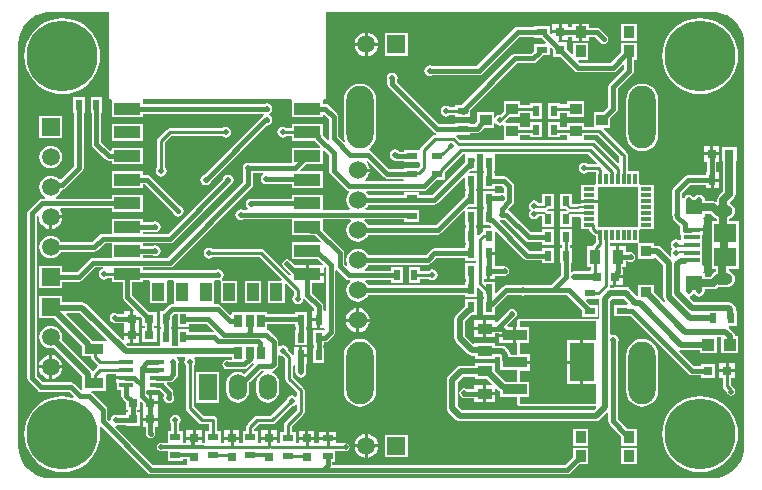
<source format=gtl>
G04*
G04 #@! TF.GenerationSoftware,Altium Limited,Altium Designer,19.0.5 (141)*
G04*
G04 Layer_Physical_Order=1*
G04 Layer_Color=255*
%FSAX25Y25*%
%MOIN*%
G70*
G01*
G75*
%ADD12C,0.01181*%
%ADD15C,0.01000*%
%ADD18R,0.05512X0.01575*%
%ADD19R,0.03740X0.01181*%
%ADD20R,0.03543X0.02362*%
%ADD21R,0.02362X0.03543*%
%ADD22R,0.03150X0.03150*%
%ADD23R,0.02756X0.03937*%
%ADD24R,0.04724X0.01575*%
%ADD25R,0.06299X0.03543*%
%ADD26R,0.03150X0.03150*%
%ADD27R,0.08858X0.03937*%
%ADD28R,0.03937X0.05906*%
%ADD29R,0.03937X0.03740*%
%ADD30R,0.03543X0.05118*%
%ADD31R,0.03740X0.03543*%
%ADD32R,0.01181X0.03740*%
%ADD34R,0.08268X0.12598*%
%ADD35R,0.08268X0.03543*%
%ADD36R,0.05118X0.03543*%
%ADD37R,0.03543X0.03937*%
%ADD38R,0.03937X0.03937*%
%ADD40R,0.05512X0.04724*%
%ADD75R,0.13189X0.13189*%
%ADD76R,0.07480X0.06102*%
%ADD77C,0.01500*%
%ADD78C,0.02500*%
%ADD79C,0.00800*%
%ADD80C,0.02000*%
%ADD81C,0.01100*%
%ADD82C,0.01200*%
%ADD83O,0.09055X0.20866*%
%ADD84C,0.06000*%
%ADD85O,0.05906X0.08661*%
%ADD86R,0.05906X0.08661*%
%ADD87C,0.05906*%
%ADD88R,0.05906X0.05906*%
%ADD89O,0.06299X0.03937*%
%ADD90R,0.05906X0.05906*%
%ADD91C,0.23622*%
%ADD92C,0.01968*%
G36*
X0514714Y0237214D02*
X0515304Y0236819D01*
X0516000Y0236681D01*
X0516696Y0236819D01*
X0516785Y0236878D01*
X0517226Y0236643D01*
Y0232326D01*
X0517226Y0232222D01*
X0516976Y0231825D01*
X0502779D01*
X0501406Y0233198D01*
X0501413Y0233297D01*
X0501570Y0233699D01*
X0506072D01*
Y0234099D01*
X0508183D01*
X0508788Y0234220D01*
X0509301Y0234562D01*
X0510701Y0235962D01*
X0513904D01*
Y0237525D01*
X0514404Y0237677D01*
X0514714Y0237214D01*
D02*
G37*
G36*
X0588303Y0274444D02*
X0589951Y0274048D01*
X0591516Y0273400D01*
X0592961Y0272515D01*
X0594249Y0271414D01*
X0595350Y0270126D01*
X0596235Y0268682D01*
X0596883Y0267116D01*
X0597279Y0265469D01*
X0597411Y0263790D01*
X0597409Y0263779D01*
X0597409Y0130131D01*
X0597373Y0129950D01*
X0597375Y0129939D01*
X0597242Y0128251D01*
X0596844Y0126593D01*
X0596192Y0125018D01*
X0595301Y0123565D01*
X0594194Y0122269D01*
X0592898Y0121162D01*
X0591444Y0120271D01*
X0589870Y0119619D01*
X0588212Y0119221D01*
X0586728Y0119104D01*
X0586614Y0119127D01*
X0366142D01*
X0366132Y0119125D01*
X0364453Y0119257D01*
X0362805Y0119652D01*
X0361240Y0120301D01*
X0359795Y0121186D01*
X0358507Y0122286D01*
X0357406Y0123575D01*
X0356521Y0125019D01*
X0355873Y0126585D01*
X0355477Y0128232D01*
X0355345Y0129911D01*
X0355347Y0129921D01*
Y0263591D01*
X0355384Y0263779D01*
X0355382Y0263790D01*
X0355515Y0265469D01*
X0355910Y0267116D01*
X0356559Y0268682D01*
X0357444Y0270126D01*
X0358544Y0271414D01*
X0359833Y0272515D01*
X0361277Y0273400D01*
X0362843Y0274048D01*
X0364490Y0274444D01*
X0366169Y0274576D01*
X0366179Y0274574D01*
X0385684D01*
Y0245500D01*
X0386378D01*
X0386503Y0245052D01*
X0386503Y0245000D01*
Y0239515D01*
X0396961D01*
Y0240703D01*
X0437196D01*
X0437340Y0240466D01*
X0437072Y0239961D01*
X0437068Y0239960D01*
X0436555Y0239617D01*
X0417296Y0220358D01*
X0417119Y0220323D01*
X0416529Y0219929D01*
X0416134Y0219339D01*
X0415996Y0218642D01*
X0416134Y0217946D01*
X0416529Y0217356D01*
X0417119Y0216962D01*
X0417815Y0216823D01*
X0418511Y0216962D01*
X0419101Y0217356D01*
X0419496Y0217946D01*
X0419531Y0218124D01*
X0438115Y0236708D01*
X0438252Y0236681D01*
X0438948Y0236819D01*
X0439538Y0237214D01*
X0439933Y0237804D01*
X0440071Y0238500D01*
X0439933Y0239196D01*
X0439538Y0239786D01*
X0439048Y0240114D01*
X0439005Y0240326D01*
Y0240457D01*
X0439048Y0240669D01*
X0439538Y0240997D01*
X0439933Y0241587D01*
X0440071Y0242284D01*
X0439933Y0242980D01*
X0439538Y0243570D01*
X0438948Y0243964D01*
X0438252Y0244103D01*
X0437556Y0243964D01*
X0437405Y0243864D01*
X0396961D01*
Y0245000D01*
X0396961Y0245052D01*
X0397087Y0245500D01*
X0446417D01*
X0446543Y0245052D01*
X0446543Y0245000D01*
Y0239515D01*
X0457001D01*
Y0240057D01*
X0457501Y0240264D01*
X0458920Y0238845D01*
Y0232500D01*
X0459032Y0231934D01*
X0459010Y0231905D01*
X0458475Y0231784D01*
X0457022Y0233238D01*
X0457001Y0233344D01*
Y0237178D01*
X0446543D01*
Y0235825D01*
X0444728D01*
X0444196Y0236181D01*
X0443500Y0236319D01*
X0442804Y0236181D01*
X0442214Y0235786D01*
X0441819Y0235196D01*
X0441681Y0234500D01*
X0441819Y0233804D01*
X0442214Y0233214D01*
X0442804Y0232819D01*
X0443500Y0232681D01*
X0444196Y0232819D01*
X0444728Y0233174D01*
X0446543D01*
Y0231641D01*
X0454210D01*
X0454333Y0231456D01*
X0456024Y0229766D01*
X0455832Y0229304D01*
X0446543D01*
Y0224080D01*
X0432846D01*
X0432696Y0224181D01*
X0432000Y0224319D01*
X0431304Y0224181D01*
X0430714Y0223786D01*
X0430319Y0223196D01*
X0430181Y0222500D01*
X0430319Y0221804D01*
X0430420Y0221654D01*
Y0217773D01*
X0405227Y0192580D01*
X0396961D01*
Y0193420D01*
X0400154D01*
X0400304Y0193319D01*
X0401000Y0193181D01*
X0401696Y0193319D01*
X0402286Y0193714D01*
X0402681Y0194304D01*
X0402819Y0195000D01*
X0402681Y0195696D01*
X0402286Y0196286D01*
X0401696Y0196681D01*
X0401000Y0196819D01*
X0400304Y0196681D01*
X0400154Y0196580D01*
X0396961D01*
Y0197420D01*
X0405910D01*
X0406515Y0197540D01*
X0407028Y0197882D01*
X0425929Y0216784D01*
X0426107Y0216819D01*
X0426697Y0217214D01*
X0427091Y0217804D01*
X0427230Y0218500D01*
X0427091Y0219196D01*
X0426697Y0219786D01*
X0426107Y0220181D01*
X0425410Y0220319D01*
X0424714Y0220181D01*
X0424124Y0219786D01*
X0423730Y0219196D01*
X0423694Y0219019D01*
X0405256Y0200580D01*
X0396961D01*
Y0201333D01*
X0400283D01*
X0400304Y0201319D01*
X0401000Y0201181D01*
X0401696Y0201319D01*
X0402286Y0201714D01*
X0402681Y0202304D01*
X0402819Y0203000D01*
X0402681Y0203696D01*
X0402286Y0204286D01*
X0401696Y0204681D01*
X0401000Y0204819D01*
X0400304Y0204681D01*
X0400024Y0204494D01*
X0396961D01*
Y0205682D01*
X0386503D01*
Y0200580D01*
X0383500D01*
X0382895Y0200460D01*
X0382382Y0200117D01*
X0380066Y0197801D01*
X0369549D01*
X0369420Y0198113D01*
X0368818Y0198897D01*
X0368034Y0199498D01*
X0367121Y0199877D01*
X0366142Y0200006D01*
X0365162Y0199877D01*
X0364249Y0199498D01*
X0363465Y0198897D01*
X0362864Y0198113D01*
X0362486Y0197200D01*
X0362357Y0196221D01*
X0362486Y0195241D01*
X0362864Y0194328D01*
X0363465Y0193544D01*
X0364249Y0192943D01*
X0365162Y0192564D01*
X0366142Y0192435D01*
X0367121Y0192564D01*
X0368034Y0192943D01*
X0368818Y0193544D01*
X0369420Y0194328D01*
X0369549Y0194640D01*
X0380720D01*
X0381325Y0194760D01*
X0381838Y0195103D01*
X0384155Y0197420D01*
X0386503D01*
Y0192580D01*
X0380377D01*
X0379772Y0192460D01*
X0379260Y0192118D01*
X0374943Y0187801D01*
X0369895D01*
Y0189973D01*
X0362389D01*
Y0182468D01*
X0369895D01*
Y0184640D01*
X0375598D01*
X0376203Y0184760D01*
X0376715Y0185103D01*
X0381032Y0189420D01*
X0383624D01*
X0383674Y0188920D01*
X0383304Y0188846D01*
X0382714Y0188452D01*
X0382319Y0187862D01*
X0382181Y0187165D01*
X0382319Y0186469D01*
X0382714Y0185879D01*
X0383304Y0185485D01*
X0384000Y0185346D01*
X0384696Y0185485D01*
X0385228Y0185840D01*
X0386503D01*
Y0184397D01*
X0390152D01*
Y0179690D01*
X0390272Y0179085D01*
X0390615Y0178572D01*
X0393833Y0175354D01*
X0393700Y0175031D01*
Y0172817D01*
X0395913D01*
X0396236Y0172951D01*
X0396730Y0172457D01*
Y0169942D01*
X0397525D01*
Y0169310D01*
X0396730D01*
Y0164560D01*
X0401480D01*
Y0169310D01*
X0400686D01*
Y0169942D01*
X0401480D01*
Y0174692D01*
X0398965D01*
X0393313Y0180344D01*
Y0184397D01*
X0396961D01*
Y0185320D01*
X0398926D01*
X0399298Y0185013D01*
X0399298Y0184820D01*
Y0177507D01*
X0404835D01*
Y0184820D01*
X0404835Y0185013D01*
X0405208Y0185320D01*
X0406800D01*
X0407172Y0185013D01*
X0407172Y0184820D01*
Y0177631D01*
X0407172Y0177507D01*
X0406873Y0177131D01*
X0406503D01*
X0405899Y0177011D01*
X0405386Y0176668D01*
X0403861Y0175143D01*
X0403632Y0174801D01*
X0402566D01*
Y0169657D01*
X0402967D01*
Y0168792D01*
X0402566D01*
Y0163649D01*
X0402272Y0163271D01*
X0392045D01*
X0391418Y0163898D01*
X0391609Y0164360D01*
X0392700D01*
Y0166435D01*
X0390625D01*
Y0165344D01*
X0390163Y0165153D01*
X0378018Y0177298D01*
X0377423Y0177696D01*
X0376720Y0177835D01*
X0369895D01*
Y0179973D01*
X0362389D01*
Y0172468D01*
X0367437D01*
X0376715Y0163189D01*
Y0163080D01*
X0376750Y0162903D01*
Y0159737D01*
X0379552D01*
Y0159623D01*
X0379653Y0159116D01*
X0379940Y0158686D01*
X0381792Y0156834D01*
X0381784Y0156237D01*
X0381652Y0156149D01*
X0380433Y0154930D01*
X0379935Y0154979D01*
X0379848Y0155110D01*
X0369774Y0165183D01*
X0369798Y0165241D01*
X0369927Y0166220D01*
X0369798Y0167200D01*
X0369420Y0168113D01*
X0368818Y0168897D01*
X0368034Y0169499D01*
X0367121Y0169877D01*
X0366142Y0170006D01*
X0365162Y0169877D01*
X0364249Y0169499D01*
X0363465Y0168897D01*
X0362864Y0168113D01*
X0362486Y0167200D01*
X0362357Y0166220D01*
X0362486Y0165241D01*
X0362864Y0164328D01*
X0363465Y0163544D01*
X0364249Y0162943D01*
X0365162Y0162564D01*
X0366142Y0162435D01*
X0367121Y0162564D01*
X0367179Y0162588D01*
X0376715Y0153052D01*
Y0151663D01*
X0376750Y0151486D01*
Y0148673D01*
X0376250Y0148466D01*
X0374117Y0150599D01*
X0373605Y0150942D01*
X0373000Y0151062D01*
X0363673D01*
X0361580Y0153155D01*
Y0206550D01*
X0361704Y0206629D01*
X0362170Y0206334D01*
X0362155Y0206221D01*
X0362291Y0205189D01*
X0362689Y0204227D01*
X0363323Y0203401D01*
X0364148Y0202768D01*
X0365110Y0202369D01*
X0365642Y0202299D01*
Y0206221D01*
X0366142D01*
Y0206720D01*
X0370063D01*
X0369993Y0207252D01*
X0369595Y0208214D01*
X0369216Y0208707D01*
X0369463Y0209207D01*
X0386503D01*
Y0208019D01*
X0396961D01*
Y0213556D01*
X0386503D01*
Y0212368D01*
X0367953D01*
X0367854Y0212868D01*
X0368034Y0212943D01*
X0368818Y0213544D01*
X0369420Y0214328D01*
X0369798Y0215241D01*
X0369803Y0215280D01*
X0369860D01*
X0370465Y0215400D01*
X0370977Y0215742D01*
X0376665Y0221430D01*
X0377007Y0221942D01*
X0377128Y0222547D01*
Y0240928D01*
X0377528D01*
Y0246072D01*
X0373566D01*
Y0240928D01*
X0373967D01*
Y0223202D01*
X0369541Y0218776D01*
X0368878Y0218820D01*
X0368818Y0218897D01*
X0368034Y0219498D01*
X0367121Y0219877D01*
X0366142Y0220006D01*
X0365162Y0219877D01*
X0364249Y0219498D01*
X0363465Y0218897D01*
X0362864Y0218113D01*
X0362486Y0217200D01*
X0362357Y0216220D01*
X0362486Y0215241D01*
X0362864Y0214328D01*
X0363465Y0213544D01*
X0364249Y0212943D01*
X0364429Y0212868D01*
X0364330Y0212368D01*
X0363287D01*
X0362683Y0212247D01*
X0362170Y0211905D01*
X0358882Y0208617D01*
X0358540Y0208105D01*
X0358420Y0207500D01*
Y0152500D01*
X0358540Y0151895D01*
X0358882Y0151383D01*
X0361901Y0148364D01*
X0362414Y0148021D01*
X0363018Y0147901D01*
X0372345D01*
X0373797Y0146449D01*
X0373544Y0145996D01*
X0372058Y0146353D01*
X0370079Y0146508D01*
X0368100Y0146353D01*
X0366170Y0145889D01*
X0364336Y0145130D01*
X0362643Y0144092D01*
X0361134Y0142803D01*
X0359845Y0141294D01*
X0358807Y0139601D01*
X0358048Y0137767D01*
X0357585Y0135837D01*
X0357429Y0133858D01*
X0357585Y0131879D01*
X0358048Y0129949D01*
X0358807Y0128115D01*
X0359845Y0126423D01*
X0361134Y0124913D01*
X0362643Y0123624D01*
X0364336Y0122587D01*
X0366170Y0121827D01*
X0368100Y0121364D01*
X0370079Y0121208D01*
X0372058Y0121364D01*
X0373988Y0121827D01*
X0375822Y0122587D01*
X0377514Y0123624D01*
X0379024Y0124913D01*
X0380313Y0126423D01*
X0381350Y0128115D01*
X0382110Y0129949D01*
X0382573Y0131879D01*
X0382729Y0133858D01*
X0382573Y0135837D01*
X0382477Y0136237D01*
X0382930Y0136491D01*
X0398492Y0120930D01*
X0399004Y0120587D01*
X0399609Y0120467D01*
X0538406D01*
X0539010Y0120587D01*
X0539523Y0120930D01*
X0542325Y0123732D01*
X0545430D01*
Y0129269D01*
X0540287D01*
Y0126163D01*
X0537751Y0123628D01*
X0460080D01*
Y0124566D01*
X0461072D01*
Y0128143D01*
X0464500D01*
X0465007Y0128244D01*
X0465437Y0128531D01*
X0465725Y0128961D01*
X0465826Y0129469D01*
X0465725Y0129976D01*
X0465437Y0130406D01*
X0465007Y0130693D01*
X0464500Y0130794D01*
X0461272D01*
Y0131953D01*
X0458500D01*
Y0132453D01*
D01*
Y0131953D01*
X0455728D01*
Y0130794D01*
X0454043D01*
Y0131921D01*
X0451468D01*
Y0132421D01*
D01*
Y0131921D01*
X0448894D01*
Y0130794D01*
X0447797D01*
Y0134599D01*
X0446551D01*
Y0136435D01*
X0450437Y0140322D01*
X0450725Y0140752D01*
X0450826Y0141259D01*
Y0148442D01*
X0450725Y0148950D01*
X0450437Y0149380D01*
X0447051Y0152766D01*
Y0156697D01*
X0447516Y0157052D01*
X0447733Y0156966D01*
Y0154532D01*
X0447873Y0153829D01*
X0448271Y0153234D01*
X0448302Y0153202D01*
X0448898Y0152804D01*
X0449600Y0152665D01*
X0450302Y0152804D01*
X0450898Y0153202D01*
X0451296Y0153798D01*
X0451435Y0154500D01*
X0451404Y0154659D01*
Y0157328D01*
X0451750D01*
Y0159600D01*
X0449569D01*
Y0160100D01*
X0449068D01*
Y0162872D01*
X0447387D01*
Y0160267D01*
X0447357Y0160255D01*
X0446887Y0160184D01*
X0446663Y0160520D01*
X0445416Y0161767D01*
X0445306Y0162321D01*
X0444911Y0162911D01*
X0444321Y0163306D01*
X0443625Y0163444D01*
X0442929Y0163306D01*
X0442580Y0163073D01*
X0442080Y0163340D01*
Y0164534D01*
X0441960Y0165139D01*
X0441617Y0165651D01*
X0439127Y0168142D01*
X0438649Y0168461D01*
X0438418Y0168865D01*
Y0170682D01*
X0447587D01*
Y0169453D01*
X0447988D01*
Y0168596D01*
X0447587D01*
Y0163453D01*
X0451549D01*
Y0168596D01*
X0451149D01*
Y0169453D01*
X0451549D01*
Y0174596D01*
X0447587D01*
Y0173843D01*
X0438418D01*
Y0174402D01*
X0428065D01*
X0427932Y0174429D01*
X0427799Y0174402D01*
X0426582D01*
Y0173860D01*
X0426082Y0173653D01*
X0423067Y0176668D01*
X0422554Y0177011D01*
X0421949Y0177131D01*
X0420883D01*
X0420583Y0177507D01*
X0420583Y0177631D01*
Y0184820D01*
X0420583Y0185013D01*
X0420956Y0185320D01*
X0421154D01*
X0421304Y0185219D01*
X0422000Y0185081D01*
X0422393Y0185159D01*
X0422792Y0184922D01*
X0422792Y0184922D01*
X0422792Y0184922D01*
Y0184922D01*
X0422901Y0184830D01*
X0422921Y0184793D01*
X0422921Y0184690D01*
Y0177507D01*
X0428457D01*
Y0185013D01*
X0423364D01*
X0423287Y0185013D01*
X0423230Y0185199D01*
X0423335Y0185686D01*
X0423681Y0186204D01*
X0423819Y0186900D01*
X0423681Y0187596D01*
X0423286Y0188186D01*
X0422696Y0188581D01*
X0422000Y0188719D01*
X0421304Y0188581D01*
X0421154Y0188480D01*
X0396961D01*
Y0189420D01*
X0405882D01*
X0406487Y0189540D01*
X0406999Y0189883D01*
X0433117Y0216001D01*
X0433460Y0216513D01*
X0433580Y0217118D01*
Y0220920D01*
X0436825D01*
X0436977Y0220420D01*
X0436714Y0220244D01*
X0436319Y0219654D01*
X0436181Y0218957D01*
X0436319Y0218261D01*
X0436714Y0217671D01*
X0437304Y0217277D01*
X0438000Y0217138D01*
X0438696Y0217277D01*
X0438846Y0217377D01*
X0446543D01*
Y0215893D01*
X0457001D01*
Y0221430D01*
X0449554D01*
X0449363Y0221892D01*
X0451238Y0223767D01*
X0457001D01*
Y0228135D01*
X0457463Y0228327D01*
X0458920Y0226870D01*
Y0221661D01*
X0459040Y0221057D01*
X0459382Y0220544D01*
X0464544Y0215383D01*
X0465057Y0215040D01*
X0465488Y0214954D01*
X0465572Y0214845D01*
X0465679Y0214560D01*
X0465686Y0214420D01*
X0465185Y0213767D01*
X0464802Y0212842D01*
X0464671Y0211850D01*
X0464802Y0210858D01*
X0465185Y0209934D01*
X0465794Y0209140D01*
X0465906Y0209054D01*
X0465746Y0208580D01*
X0457001D01*
Y0213556D01*
X0446543D01*
Y0212368D01*
X0433287D01*
X0433022Y0212315D01*
X0433000Y0212319D01*
X0432304Y0212181D01*
X0431714Y0211786D01*
X0431319Y0211196D01*
X0431181Y0210500D01*
X0431319Y0209804D01*
X0431714Y0209214D01*
X0431900Y0209089D01*
X0431748Y0208589D01*
X0430346D01*
X0430196Y0208689D01*
X0429500Y0208828D01*
X0428804Y0208689D01*
X0428214Y0208295D01*
X0427819Y0207705D01*
X0427681Y0207009D01*
X0427819Y0206312D01*
X0428214Y0205722D01*
X0428804Y0205328D01*
X0429500Y0205189D01*
X0430196Y0205328D01*
X0430346Y0205428D01*
X0446543D01*
Y0200145D01*
X0452837D01*
X0452990Y0200114D01*
X0454351D01*
X0456195Y0198270D01*
X0456004Y0197808D01*
X0446543D01*
Y0192271D01*
X0455294D01*
X0456931Y0190634D01*
X0456724Y0190134D01*
X0452272D01*
Y0187665D01*
X0457201D01*
Y0189346D01*
X0457701Y0189595D01*
X0457920Y0189430D01*
Y0175187D01*
X0457655Y0174796D01*
X0457554D01*
X0457054Y0175121D01*
Y0176571D01*
X0456934Y0177175D01*
X0456591Y0177688D01*
X0453352Y0180928D01*
Y0184197D01*
X0457201D01*
Y0186665D01*
X0451772D01*
Y0187165D01*
X0451272D01*
Y0190134D01*
X0447601D01*
X0446117Y0191618D01*
X0445605Y0191960D01*
X0445000Y0192080D01*
X0444395Y0191960D01*
X0443883Y0191618D01*
X0443540Y0191105D01*
X0443420Y0190500D01*
X0443540Y0189895D01*
X0443883Y0189383D01*
X0446128Y0187137D01*
X0446100Y0186981D01*
X0445563Y0186812D01*
X0437237Y0195137D01*
X0436807Y0195425D01*
X0436300Y0195526D01*
X0420203D01*
X0419672Y0195881D01*
X0418976Y0196019D01*
X0418279Y0195881D01*
X0417689Y0195486D01*
X0417295Y0194896D01*
X0417156Y0194200D01*
X0417295Y0193504D01*
X0417689Y0192914D01*
X0418279Y0192519D01*
X0418976Y0192381D01*
X0419672Y0192519D01*
X0420203Y0192875D01*
X0435751D01*
X0443151Y0185475D01*
X0442960Y0185013D01*
X0438668D01*
Y0177507D01*
X0444206D01*
Y0183767D01*
X0444667Y0183958D01*
X0447175Y0181451D01*
Y0180228D01*
X0446819Y0179696D01*
X0446681Y0179000D01*
X0446819Y0178304D01*
X0447214Y0177714D01*
X0447804Y0177319D01*
X0448500Y0177181D01*
X0449196Y0177319D01*
X0449786Y0177714D01*
X0450181Y0178304D01*
X0450286Y0178836D01*
X0450761Y0179015D01*
X0450793Y0179016D01*
X0453894Y0175916D01*
Y0174796D01*
X0453293D01*
Y0172524D01*
X0455474D01*
Y0172024D01*
X0455974D01*
Y0169253D01*
X0457222D01*
X0457514Y0168903D01*
X0457547Y0168781D01*
X0457455Y0168596D01*
X0457455Y0168596D01*
X0457455Y0168596D01*
X0453493D01*
Y0163453D01*
X0453894D01*
Y0162672D01*
X0453493D01*
Y0157528D01*
X0457455D01*
Y0162672D01*
X0457054D01*
Y0163453D01*
X0457455D01*
Y0164444D01*
X0457524D01*
X0458129Y0164564D01*
X0458642Y0164907D01*
X0460617Y0166883D01*
X0460960Y0167395D01*
X0461080Y0168000D01*
Y0188277D01*
X0461580Y0188485D01*
X0464383Y0185682D01*
X0464895Y0185340D01*
X0465500Y0185220D01*
X0465831D01*
X0466001Y0184720D01*
X0465794Y0184561D01*
X0465185Y0183767D01*
X0464802Y0182842D01*
X0464671Y0181850D01*
X0464802Y0180858D01*
X0465185Y0179934D01*
X0465794Y0179140D01*
X0466588Y0178531D01*
X0467512Y0178148D01*
X0468504Y0178018D01*
X0469496Y0178148D01*
X0470420Y0178531D01*
X0471214Y0179140D01*
X0471823Y0179934D01*
X0471962Y0180270D01*
X0504351D01*
Y0179541D01*
X0508314D01*
Y0182489D01*
X0508813Y0182696D01*
X0510257Y0181253D01*
Y0179541D01*
X0510658D01*
Y0178718D01*
X0510257D01*
Y0173574D01*
X0514219D01*
Y0175945D01*
X0514377Y0176050D01*
X0518597Y0180270D01*
X0522654D01*
X0522804Y0180170D01*
X0523500Y0180031D01*
X0524196Y0180170D01*
X0524346Y0180270D01*
X0538332D01*
X0543414Y0175188D01*
X0543428Y0175115D01*
Y0172855D01*
X0548572D01*
Y0176818D01*
X0546201D01*
X0546096Y0176976D01*
X0544772Y0178299D01*
X0544964Y0178761D01*
X0548572D01*
Y0178828D01*
X0548574Y0178830D01*
X0548855Y0178723D01*
X0549074Y0178470D01*
Y0172232D01*
X0548577Y0172077D01*
X0548312Y0172254D01*
X0548000Y0172316D01*
X0522500D01*
X0522188Y0172254D01*
X0521923Y0172077D01*
X0521746Y0171812D01*
X0521684Y0171500D01*
Y0169621D01*
X0521325D01*
Y0166849D01*
Y0164077D01*
X0521684D01*
Y0160565D01*
X0521520Y0160365D01*
X0519516D01*
X0519386Y0161020D01*
X0518988Y0161615D01*
X0517817Y0162787D01*
X0517221Y0163184D01*
X0516519Y0163324D01*
X0514237D01*
Y0164061D01*
X0507519D01*
Y0164061D01*
X0507019Y0163885D01*
X0504335Y0166569D01*
Y0171554D01*
X0506356Y0173574D01*
X0508314D01*
Y0178718D01*
X0504351D01*
Y0176731D01*
X0504263Y0176672D01*
X0501202Y0173611D01*
X0500804Y0173016D01*
X0500665Y0172314D01*
Y0165809D01*
X0500804Y0165106D01*
X0501202Y0164511D01*
X0505265Y0160449D01*
X0505860Y0160051D01*
X0506562Y0159911D01*
X0507519D01*
Y0158917D01*
X0514237D01*
Y0159654D01*
X0515759D01*
X0515856Y0159557D01*
Y0158565D01*
X0515891Y0158388D01*
Y0155222D01*
X0521520D01*
X0521684Y0155022D01*
Y0151310D01*
X0520230D01*
X0520053Y0151345D01*
X0517776D01*
X0514237Y0154884D01*
Y0157432D01*
X0507519D01*
Y0156696D01*
X0502861D01*
X0502158Y0156556D01*
X0501563Y0156158D01*
X0498702Y0153298D01*
X0498304Y0152702D01*
X0498165Y0152000D01*
Y0144500D01*
Y0142500D01*
X0498304Y0141798D01*
X0498702Y0141202D01*
X0501202Y0138702D01*
X0501798Y0138304D01*
X0502500Y0138165D01*
X0548000D01*
X0548702Y0138304D01*
X0549298Y0138702D01*
X0551651Y0141056D01*
X0552113Y0140865D01*
Y0138105D01*
X0552234Y0137501D01*
X0552576Y0136988D01*
X0556428Y0133136D01*
Y0130031D01*
X0561572D01*
Y0135568D01*
X0558466D01*
X0555274Y0138760D01*
Y0164347D01*
X0555374Y0164498D01*
X0555513Y0165194D01*
X0555374Y0165890D01*
X0554980Y0166480D01*
X0554390Y0166875D01*
X0553694Y0167013D01*
X0553245Y0166924D01*
X0552745Y0167261D01*
Y0178264D01*
X0553417Y0178936D01*
X0556319D01*
X0556496Y0178972D01*
X0556504D01*
X0556681Y0178936D01*
X0557116D01*
X0558562Y0177490D01*
X0558370Y0177028D01*
X0553928D01*
Y0173066D01*
X0559072D01*
Y0173066D01*
X0559572Y0173193D01*
X0578883Y0153883D01*
X0579395Y0153540D01*
X0580000Y0153420D01*
X0582976D01*
Y0152625D01*
X0587725D01*
Y0157375D01*
X0582976D01*
Y0156580D01*
X0580655D01*
X0575784Y0161451D01*
X0576030Y0161912D01*
X0576308Y0161857D01*
X0582688D01*
Y0160924D01*
X0588225D01*
Y0166165D01*
X0589775D01*
Y0160924D01*
X0595312D01*
Y0166461D01*
X0594365D01*
X0594239Y0167094D01*
X0593841Y0167690D01*
X0592233Y0169298D01*
X0592126Y0169369D01*
X0592277Y0169869D01*
X0594934D01*
Y0175013D01*
X0594607D01*
Y0175449D01*
X0594467Y0176151D01*
X0594069Y0176747D01*
X0593544Y0177272D01*
X0593518Y0177310D01*
X0592923Y0177708D01*
X0592220Y0177848D01*
X0585121D01*
X0585057Y0177835D01*
X0580753D01*
X0579272Y0179316D01*
X0579417Y0179794D01*
X0579524Y0179815D01*
X0580114Y0180210D01*
X0580255Y0180421D01*
X0580856D01*
X0580997Y0180210D01*
X0581587Y0179815D01*
X0582283Y0179677D01*
X0582980Y0179815D01*
X0583570Y0180210D01*
X0583964Y0180800D01*
X0584022Y0181090D01*
X0584269D01*
Y0182162D01*
X0587015D01*
X0587015Y0182162D01*
X0587815Y0182321D01*
X0588493Y0182774D01*
X0588531Y0182811D01*
X0589078Y0182739D01*
X0591440D01*
X0592163Y0182834D01*
X0592836Y0183113D01*
X0593414Y0183557D01*
X0593858Y0184135D01*
X0594137Y0184809D01*
X0594232Y0185531D01*
X0594137Y0186254D01*
X0593858Y0186928D01*
X0593414Y0187506D01*
X0592836Y0187950D01*
X0592206Y0188211D01*
Y0188964D01*
X0595588D01*
Y0196666D01*
X0595588D01*
Y0197035D01*
X0595588D01*
Y0204737D01*
X0592350D01*
Y0205550D01*
X0592836Y0205751D01*
X0593414Y0206195D01*
X0593858Y0206773D01*
X0594137Y0207447D01*
X0594232Y0208169D01*
X0594137Y0208892D01*
X0593858Y0209565D01*
X0593414Y0210144D01*
X0592836Y0210588D01*
X0592752Y0210622D01*
X0592672Y0211186D01*
X0593907Y0212421D01*
X0594360Y0213099D01*
X0594519Y0213899D01*
X0594519Y0213899D01*
Y0215933D01*
X0594660D01*
Y0221076D01*
X0594519D01*
Y0224901D01*
X0594804D01*
Y0229650D01*
X0590054D01*
Y0224901D01*
X0590339D01*
Y0218504D01*
Y0214765D01*
X0588938Y0213364D01*
X0588485Y0212686D01*
X0588326Y0211886D01*
X0588326Y0211886D01*
Y0211569D01*
X0587885Y0211333D01*
X0587815Y0211380D01*
X0587015Y0211539D01*
X0587015Y0211539D01*
X0584269D01*
Y0212611D01*
X0583921D01*
X0583570Y0213137D01*
X0582980Y0213531D01*
X0582283Y0213670D01*
X0581587Y0213531D01*
X0580997Y0213137D01*
X0580843Y0212906D01*
X0580242D01*
X0580114Y0213097D01*
X0579524Y0213492D01*
X0578828Y0213630D01*
X0578131Y0213492D01*
X0577541Y0213097D01*
X0577465Y0212984D01*
X0577157Y0212611D01*
X0577157Y0212611D01*
X0577080Y0212525D01*
X0576580Y0212716D01*
Y0214345D01*
X0579159Y0216924D01*
X0584592D01*
Y0215733D01*
X0586274D01*
Y0218504D01*
X0586774D01*
Y0219004D01*
X0588955D01*
Y0221276D01*
X0588104D01*
Y0224701D01*
X0589098D01*
Y0226776D01*
X0583949D01*
Y0224701D01*
X0584943D01*
Y0221276D01*
X0584592D01*
Y0220085D01*
X0578504D01*
X0577900Y0219964D01*
X0577387Y0219622D01*
X0573882Y0216118D01*
X0573540Y0215605D01*
X0573420Y0215000D01*
Y0207000D01*
X0573509Y0206549D01*
Y0206313D01*
X0573630Y0205708D01*
X0573972Y0205195D01*
X0575991Y0203177D01*
Y0202006D01*
X0576072Y0201600D01*
Y0200181D01*
X0576272D01*
Y0198658D01*
X0575772Y0198391D01*
X0575405Y0198636D01*
X0574709Y0198774D01*
X0574013Y0198636D01*
X0573422Y0198241D01*
X0573028Y0197651D01*
X0572890Y0196955D01*
X0573028Y0196259D01*
X0573422Y0195669D01*
Y0195473D01*
X0573028Y0194883D01*
X0572890Y0194187D01*
X0573028Y0193490D01*
X0573130Y0193338D01*
X0572741Y0193020D01*
X0569603Y0196157D01*
X0569008Y0196555D01*
X0568306Y0196695D01*
X0567277D01*
Y0197461D01*
X0562454D01*
Y0201914D01*
X0562753D01*
Y0202213D01*
X0567277D01*
Y0204181D01*
Y0208118D01*
Y0212055D01*
Y0216805D01*
X0562753D01*
Y0217103D01*
X0562454D01*
Y0221628D01*
X0558503D01*
Y0226873D01*
X0558503Y0226873D01*
X0558398Y0227400D01*
X0558100Y0227847D01*
X0550484Y0235462D01*
X0550692Y0235962D01*
X0552763D01*
Y0239166D01*
X0554811Y0241214D01*
X0555154Y0241727D01*
X0555274Y0242332D01*
Y0249039D01*
X0560117Y0253883D01*
X0560460Y0254395D01*
X0560580Y0255000D01*
Y0258649D01*
X0561572D01*
Y0264186D01*
X0556428D01*
Y0261081D01*
X0552928Y0257580D01*
X0542702D01*
X0542095Y0258187D01*
X0542287Y0258649D01*
X0545430D01*
Y0264186D01*
X0540287D01*
Y0260649D01*
X0539825Y0260457D01*
X0538375Y0261907D01*
Y0264422D01*
X0535766D01*
X0535272Y0264916D01*
X0535463Y0265378D01*
X0535500D01*
Y0267453D01*
X0533425D01*
Y0267416D01*
X0532963Y0267225D01*
X0532572Y0267616D01*
Y0269934D01*
X0527428D01*
Y0269533D01*
X0521903D01*
X0521298Y0269413D01*
X0520786Y0269070D01*
X0508296Y0256580D01*
X0493346D01*
X0493196Y0256681D01*
X0492500Y0256819D01*
X0491804Y0256681D01*
X0491214Y0256286D01*
X0490819Y0255696D01*
X0490681Y0255000D01*
X0490819Y0254304D01*
X0491214Y0253714D01*
X0491804Y0253319D01*
X0492500Y0253181D01*
X0493196Y0253319D01*
X0493346Y0253420D01*
X0508950D01*
X0509555Y0253540D01*
X0510068Y0253883D01*
X0522558Y0266372D01*
X0527428D01*
Y0265972D01*
X0529799D01*
X0529904Y0265814D01*
X0531227Y0264490D01*
X0531036Y0264028D01*
X0527428D01*
Y0261769D01*
X0527414Y0261696D01*
X0526393Y0260675D01*
X0521009D01*
X0520405Y0260555D01*
X0519892Y0260212D01*
X0503404Y0243724D01*
X0503299Y0243566D01*
X0500928D01*
Y0242826D01*
X0499228D01*
X0498696Y0243181D01*
X0498000Y0243319D01*
X0497304Y0243181D01*
X0496714Y0242786D01*
X0496319Y0242196D01*
X0496181Y0241500D01*
X0496319Y0240804D01*
X0496714Y0240214D01*
X0497304Y0239819D01*
X0498000Y0239681D01*
X0498696Y0239819D01*
X0499228Y0240175D01*
X0500928D01*
Y0239604D01*
X0503001D01*
X0503500Y0239505D01*
X0503999Y0239604D01*
X0506072D01*
Y0241863D01*
X0506086Y0241936D01*
X0521664Y0257514D01*
X0527047D01*
X0527652Y0257634D01*
X0528165Y0257977D01*
X0530096Y0259908D01*
X0530201Y0260066D01*
X0532572D01*
Y0262493D01*
X0533034Y0262684D01*
X0533531Y0262187D01*
X0533565Y0262017D01*
X0533625Y0261927D01*
Y0259672D01*
X0536140D01*
X0540930Y0254883D01*
X0541442Y0254540D01*
X0542047Y0254420D01*
X0553583D01*
X0554187Y0254540D01*
X0554700Y0254883D01*
X0556958Y0257140D01*
X0557420Y0256949D01*
Y0255655D01*
X0552576Y0250811D01*
X0552234Y0250299D01*
X0552113Y0249694D01*
Y0242987D01*
X0550429Y0241302D01*
X0547226D01*
Y0236269D01*
X0543904D01*
Y0237562D01*
X0538367D01*
Y0236269D01*
X0535836D01*
Y0237901D01*
X0531874D01*
Y0232757D01*
X0535836D01*
Y0233516D01*
X0538367D01*
Y0232222D01*
X0538118Y0231825D01*
X0523012D01*
X0522763Y0232222D01*
X0522763Y0232326D01*
Y0233516D01*
X0525969D01*
Y0232757D01*
X0529931D01*
Y0237901D01*
X0525969D01*
Y0236269D01*
X0522763D01*
Y0237562D01*
X0518075D01*
X0517732Y0238062D01*
X0517800Y0238402D01*
X0519100Y0239702D01*
X0522763D01*
Y0241047D01*
X0525969D01*
Y0239023D01*
X0529931D01*
Y0244166D01*
X0525969D01*
Y0243698D01*
X0522763D01*
Y0245043D01*
X0517226D01*
Y0241577D01*
X0515960Y0240311D01*
X0515304Y0240181D01*
X0514714Y0239786D01*
X0514404Y0239323D01*
X0513904Y0239475D01*
Y0241302D01*
X0508367D01*
Y0238099D01*
X0507528Y0237260D01*
X0506072D01*
Y0237661D01*
X0500928D01*
Y0237260D01*
X0495475D01*
X0481580Y0251155D01*
Y0251654D01*
X0481681Y0251804D01*
X0481819Y0252500D01*
X0481681Y0253196D01*
X0481286Y0253786D01*
X0480696Y0254181D01*
X0480000Y0254319D01*
X0479304Y0254181D01*
X0478714Y0253786D01*
X0478319Y0253196D01*
X0478181Y0252500D01*
X0478319Y0251804D01*
X0478420Y0251654D01*
Y0250500D01*
X0478540Y0249895D01*
X0478883Y0249382D01*
X0493703Y0234562D01*
X0494216Y0234220D01*
X0494768Y0234110D01*
X0494718Y0233610D01*
X0494284D01*
X0493777Y0233509D01*
X0493347Y0233222D01*
X0489681Y0229555D01*
X0489394Y0229125D01*
X0489334Y0228825D01*
X0489156Y0228560D01*
X0488858Y0228434D01*
X0483928D01*
Y0228033D01*
X0482456D01*
X0482286Y0228286D01*
X0481696Y0228681D01*
X0481000Y0228819D01*
X0480304Y0228681D01*
X0479714Y0228286D01*
X0479319Y0227696D01*
X0479181Y0227000D01*
X0479319Y0226304D01*
X0479714Y0225714D01*
X0480304Y0225319D01*
X0480517Y0225277D01*
X0480942Y0224993D01*
X0481547Y0224872D01*
X0481611Y0224885D01*
X0481674Y0224872D01*
X0483928D01*
Y0224472D01*
X0488793D01*
X0489072Y0224472D01*
X0489293Y0224063D01*
Y0223049D01*
X0488772Y0222528D01*
X0483928D01*
Y0222128D01*
X0479107D01*
X0473117Y0228117D01*
X0472605Y0228460D01*
X0472356Y0228510D01*
X0472231Y0229044D01*
X0473091Y0229704D01*
X0473945Y0230817D01*
X0474482Y0232113D01*
X0474665Y0233504D01*
Y0245315D01*
X0474482Y0246706D01*
X0473945Y0248002D01*
X0473091Y0249115D01*
X0471978Y0249969D01*
X0470682Y0250505D01*
X0469291Y0250689D01*
X0467901Y0250505D01*
X0466605Y0249969D01*
X0465492Y0249115D01*
X0464638Y0248002D01*
X0464101Y0246706D01*
X0463918Y0245315D01*
Y0233504D01*
X0464101Y0232113D01*
X0464293Y0231649D01*
X0463869Y0231366D01*
X0462080Y0233155D01*
Y0239500D01*
X0461960Y0240105D01*
X0461618Y0240617D01*
X0458834Y0243401D01*
X0458321Y0243743D01*
X0457717Y0243864D01*
X0457001D01*
Y0245000D01*
X0457001Y0245052D01*
X0457126Y0245500D01*
X0457816D01*
Y0274574D01*
X0586614D01*
X0586624Y0274576D01*
X0588303Y0274444D01*
D02*
G37*
G36*
X0555750Y0226303D02*
Y0224277D01*
X0555288Y0224086D01*
X0547937Y0231437D01*
X0547507Y0231725D01*
X0547000Y0231825D01*
X0544154D01*
X0543904Y0232222D01*
Y0233516D01*
X0548538D01*
X0555750Y0226303D01*
D02*
G37*
G36*
X0548278Y0224325D02*
X0548071Y0223826D01*
X0545228D01*
X0544696Y0224181D01*
X0544000Y0224319D01*
X0543304Y0224181D01*
X0542714Y0223786D01*
X0542319Y0223196D01*
X0542181Y0222500D01*
X0542319Y0221804D01*
X0542714Y0221214D01*
X0543304Y0220819D01*
X0544000Y0220681D01*
X0544696Y0220819D01*
X0545228Y0221175D01*
X0547862D01*
Y0217103D01*
X0547564D01*
Y0216805D01*
X0543039D01*
Y0213068D01*
X0542839D01*
Y0211977D01*
X0545710D01*
Y0210977D01*
X0542839D01*
Y0210648D01*
X0541894D01*
X0541637Y0210597D01*
X0539958D01*
Y0210645D01*
X0539935Y0210763D01*
Y0213998D01*
X0535972D01*
Y0208854D01*
X0537992D01*
X0538033Y0208813D01*
X0538310Y0208473D01*
X0538033Y0208133D01*
X0537992Y0208092D01*
X0535972D01*
Y0202949D01*
X0539935D01*
Y0206183D01*
X0539958Y0206302D01*
Y0206350D01*
X0542588D01*
X0542675Y0206311D01*
X0543039Y0205975D01*
Y0202213D01*
X0545695D01*
X0545776Y0201805D01*
X0546063Y0201375D01*
X0547025Y0200414D01*
X0547455Y0200126D01*
X0547862Y0200045D01*
Y0197775D01*
X0547025Y0196937D01*
X0546737Y0196507D01*
X0546716Y0196398D01*
X0545110D01*
Y0189680D01*
X0546356D01*
Y0188595D01*
X0545994D01*
Y0188056D01*
X0540500D01*
X0540034Y0187963D01*
X0539534Y0188295D01*
Y0190744D01*
X0539935D01*
Y0195887D01*
X0539279D01*
Y0196928D01*
X0539935D01*
Y0202072D01*
X0535972D01*
Y0196928D01*
X0536628D01*
Y0195887D01*
X0535972D01*
Y0190744D01*
X0536373D01*
Y0186959D01*
X0532845Y0183431D01*
X0524346D01*
X0524196Y0183531D01*
X0523500Y0183670D01*
X0522804Y0183531D01*
X0522654Y0183431D01*
X0517942D01*
X0517337Y0183310D01*
X0516825Y0182968D01*
X0514681Y0180824D01*
X0514219Y0181015D01*
Y0184684D01*
X0510772D01*
Y0185446D01*
X0511738D01*
Y0188217D01*
X0512738D01*
Y0185446D01*
X0514419D01*
Y0186637D01*
X0517500D01*
X0518105Y0186757D01*
X0518617Y0187100D01*
X0518960Y0187613D01*
X0519080Y0188217D01*
X0518960Y0188822D01*
X0518617Y0189335D01*
X0518105Y0189677D01*
X0517500Y0189798D01*
X0514419D01*
Y0190989D01*
X0514419D01*
Y0191394D01*
X0514419D01*
Y0193665D01*
X0512238D01*
Y0194665D01*
X0514419D01*
Y0196937D01*
X0514240D01*
X0514219Y0197428D01*
X0514219D01*
Y0201286D01*
X0514681Y0201477D01*
X0523960Y0192198D01*
X0524473Y0191855D01*
X0525078Y0191735D01*
X0530067D01*
Y0190744D01*
X0534029D01*
Y0195887D01*
X0530067D01*
Y0194896D01*
X0525732D01*
X0515822Y0204806D01*
X0516068Y0205267D01*
X0516500Y0205181D01*
X0517196Y0205319D01*
X0517346Y0205420D01*
X0517405D01*
X0524442Y0198382D01*
X0524955Y0198040D01*
X0525560Y0197920D01*
X0530067D01*
Y0196928D01*
X0534029D01*
Y0202072D01*
X0530067D01*
Y0201080D01*
X0526215D01*
X0519177Y0208118D01*
X0518857Y0208331D01*
X0518736Y0208917D01*
X0520152Y0210333D01*
X0520494Y0210845D01*
X0520615Y0211450D01*
Y0216466D01*
X0520494Y0217071D01*
X0520152Y0217583D01*
X0518463Y0219272D01*
X0517950Y0219615D01*
X0517345Y0219735D01*
X0514219D01*
Y0220727D01*
X0513818D01*
Y0221583D01*
X0514219D01*
Y0226727D01*
X0514219D01*
X0514345Y0227174D01*
X0545429D01*
X0548278Y0224325D01*
D02*
G37*
G36*
X0477335Y0219430D02*
X0477848Y0219087D01*
X0478453Y0218967D01*
X0483670D01*
X0483864Y0218580D01*
X0483662Y0218080D01*
X0470983D01*
X0470813Y0218580D01*
X0471357Y0218998D01*
X0471998Y0219833D01*
X0472401Y0220806D01*
X0472473Y0221350D01*
X0468504D01*
Y0222350D01*
X0472473D01*
X0472401Y0222895D01*
X0471998Y0223868D01*
X0471479Y0224544D01*
X0471594Y0225013D01*
X0471661Y0225100D01*
X0471664Y0225101D01*
X0477335Y0219430D01*
D02*
G37*
G36*
X0510257Y0226727D02*
X0510257D01*
Y0221583D01*
X0510658D01*
Y0220727D01*
X0510257D01*
Y0215583D01*
X0514219D01*
Y0216575D01*
X0516690D01*
X0517454Y0215811D01*
Y0214564D01*
X0516954Y0214229D01*
X0516500Y0214319D01*
X0515804Y0214181D01*
X0515654Y0214080D01*
X0514219D01*
Y0214759D01*
X0510257D01*
Y0209616D01*
X0510658D01*
Y0208727D01*
X0510257D01*
Y0203583D01*
X0512516D01*
X0512589Y0203569D01*
X0513124Y0203034D01*
X0512933Y0202572D01*
X0510257D01*
Y0201271D01*
X0510026Y0201225D01*
X0509596Y0200937D01*
X0508813Y0200155D01*
X0508314Y0200362D01*
Y0202572D01*
X0507913D01*
Y0203583D01*
X0508314D01*
Y0208727D01*
X0504999D01*
X0504792Y0209227D01*
X0505182Y0209616D01*
X0508314D01*
Y0214759D01*
X0507913D01*
Y0215583D01*
X0508314D01*
Y0220727D01*
X0505792D01*
X0505601Y0221188D01*
X0505981Y0221569D01*
X0506054Y0221583D01*
X0508314D01*
Y0225024D01*
X0508344Y0225177D01*
X0508314Y0225329D01*
Y0226727D01*
X0508314D01*
X0508439Y0227174D01*
X0510131D01*
X0510257Y0226727D01*
D02*
G37*
G36*
X0504351D02*
X0504351D01*
Y0224356D01*
X0504193Y0224251D01*
X0493373Y0213431D01*
X0489072D01*
Y0214387D01*
X0483928D01*
Y0213431D01*
X0471962D01*
X0471823Y0213767D01*
X0471322Y0214420D01*
X0471516Y0214920D01*
X0490618D01*
X0491223Y0215040D01*
X0491736Y0215383D01*
X0494919Y0218566D01*
X0497572D01*
Y0221100D01*
X0497597Y0221228D01*
Y0221270D01*
X0503502Y0227174D01*
X0504225D01*
X0504351Y0226727D01*
D02*
G37*
G36*
X0504351Y0219286D02*
Y0215583D01*
X0504752D01*
Y0214759D01*
X0504351D01*
Y0213256D01*
X0494526Y0203431D01*
X0471962D01*
X0471823Y0203767D01*
X0471214Y0204561D01*
X0470746Y0204920D01*
X0470916Y0205420D01*
X0483928D01*
Y0204519D01*
X0489072D01*
Y0208481D01*
X0486222D01*
X0486069Y0208511D01*
X0484946D01*
X0484600Y0208580D01*
X0471262D01*
X0471102Y0209054D01*
X0471214Y0209140D01*
X0471823Y0209934D01*
X0471962Y0210270D01*
X0494028D01*
X0494633Y0210390D01*
X0495145Y0210733D01*
X0503889Y0219477D01*
X0504351Y0219286D01*
D02*
G37*
G36*
Y0208079D02*
Y0203583D01*
X0504752D01*
Y0202572D01*
X0504351D01*
Y0197428D01*
X0504752D01*
Y0196737D01*
X0504351D01*
Y0195746D01*
X0494118D01*
X0493513Y0195625D01*
X0493001Y0195283D01*
X0491149Y0193431D01*
X0471962D01*
X0471823Y0193767D01*
X0471214Y0194561D01*
X0470420Y0195170D01*
X0469496Y0195553D01*
X0468504Y0195683D01*
X0467512Y0195553D01*
X0466588Y0195170D01*
X0465794Y0194561D01*
X0465185Y0193767D01*
X0464802Y0192842D01*
X0464671Y0191850D01*
X0464802Y0190858D01*
X0465097Y0190145D01*
X0464674Y0189862D01*
X0464080Y0190455D01*
Y0194200D01*
X0463960Y0194805D01*
X0463618Y0195317D01*
X0457001Y0201934D01*
Y0205420D01*
X0466092D01*
X0466262Y0204920D01*
X0465794Y0204561D01*
X0465185Y0203767D01*
X0464802Y0202842D01*
X0464671Y0201850D01*
X0464802Y0200858D01*
X0465185Y0199934D01*
X0465794Y0199140D01*
X0466588Y0198531D01*
X0467512Y0198148D01*
X0468504Y0198018D01*
X0469496Y0198148D01*
X0470420Y0198531D01*
X0471214Y0199140D01*
X0471823Y0199934D01*
X0471962Y0200270D01*
X0495181D01*
X0495786Y0200390D01*
X0496299Y0200733D01*
X0503851Y0208286D01*
X0504351Y0208079D01*
D02*
G37*
G36*
X0561937Y0192318D02*
X0567277D01*
Y0192586D01*
X0567777Y0192793D01*
X0570330Y0190240D01*
Y0186221D01*
Y0179440D01*
X0570469Y0178738D01*
X0570867Y0178143D01*
X0570506Y0177807D01*
X0567277Y0181036D01*
Y0183682D01*
X0561937D01*
Y0180013D01*
X0561437Y0179806D01*
X0559173Y0182069D01*
X0559072Y0182137D01*
Y0182934D01*
X0553928D01*
Y0182607D01*
X0552937D01*
X0552555Y0183029D01*
X0552539Y0183093D01*
X0552569Y0183243D01*
Y0183646D01*
X0553774D01*
Y0186221D01*
X0554274D01*
Y0186721D01*
X0556849D01*
Y0188795D01*
X0556742D01*
Y0189480D01*
X0557933D01*
Y0191459D01*
X0558739D01*
X0558895Y0191355D01*
X0559500Y0191235D01*
X0560105Y0191355D01*
X0560617Y0191698D01*
X0560960Y0192210D01*
X0561080Y0192815D01*
X0560960Y0193420D01*
X0560617Y0193932D01*
X0560393Y0194157D01*
X0559880Y0194499D01*
X0559276Y0194620D01*
X0557933D01*
Y0196598D01*
X0555661D01*
Y0193039D01*
X0554662D01*
Y0196598D01*
X0552547D01*
Y0197390D01*
X0561937D01*
Y0192318D01*
D02*
G37*
G36*
X0586606Y0206903D02*
X0586659Y0206773D01*
X0587103Y0206195D01*
X0587681Y0205751D01*
X0588169Y0205549D01*
Y0204737D01*
X0586508D01*
Y0197035D01*
X0586508D01*
Y0196666D01*
X0586508D01*
Y0188964D01*
X0588025D01*
Y0188092D01*
X0587681Y0187950D01*
X0587103Y0187506D01*
X0586659Y0186928D01*
X0586606Y0186798D01*
X0586150Y0186342D01*
X0584269D01*
Y0187414D01*
X0583974D01*
X0583738Y0187855D01*
X0583846Y0188016D01*
X0584015Y0188866D01*
X0583846Y0189716D01*
X0583384Y0190408D01*
Y0195263D01*
Y0200181D01*
X0583583D01*
Y0201468D01*
X0579828D01*
Y0202468D01*
X0583583D01*
Y0203569D01*
X0583846Y0203961D01*
X0584015Y0204811D01*
X0583846Y0205661D01*
X0583722Y0205846D01*
X0583958Y0206287D01*
X0584269D01*
Y0207359D01*
X0586150D01*
X0586606Y0206903D01*
D02*
G37*
G36*
X0504351Y0191594D02*
X0508121D01*
Y0190789D01*
X0504351D01*
Y0185646D01*
X0504752D01*
Y0184684D01*
X0504351D01*
Y0183431D01*
X0471962D01*
X0471823Y0183767D01*
X0471214Y0184561D01*
X0471007Y0184720D01*
X0471177Y0185220D01*
X0479566D01*
Y0184328D01*
X0483528D01*
Y0189472D01*
X0479566D01*
Y0188380D01*
X0471045D01*
X0470876Y0188880D01*
X0471214Y0189140D01*
X0471823Y0189934D01*
X0471962Y0190270D01*
X0491803D01*
X0492408Y0190390D01*
X0492921Y0190733D01*
X0494773Y0192585D01*
X0504351D01*
Y0191594D01*
D02*
G37*
G36*
X0408472Y0169657D02*
X0412434D01*
Y0170649D01*
X0418116D01*
X0420464Y0168301D01*
X0420257Y0167801D01*
X0412434D01*
Y0168792D01*
X0408472D01*
Y0163649D01*
X0408177Y0163271D01*
X0406823D01*
X0406528Y0163649D01*
Y0168792D01*
X0406128D01*
Y0169657D01*
X0406528D01*
Y0172508D01*
X0406559Y0172660D01*
Y0173371D01*
X0407158Y0173970D01*
X0408472D01*
Y0169657D01*
D02*
G37*
G36*
X0384812Y0165313D02*
X0384538Y0164880D01*
X0380093D01*
X0379848Y0165247D01*
X0371393Y0173703D01*
X0371584Y0174165D01*
X0375960D01*
X0384812Y0165313D01*
D02*
G37*
G36*
X0387938Y0153153D02*
X0391300D01*
Y0152153D01*
X0387938D01*
Y0150865D01*
X0388138D01*
Y0148506D01*
X0389720D01*
Y0146700D01*
X0389840Y0146095D01*
X0390182Y0145582D01*
X0391166Y0144599D01*
Y0141950D01*
X0391961D01*
Y0141200D01*
X0391166D01*
Y0140080D01*
X0388846D01*
X0388696Y0140181D01*
X0388000Y0140319D01*
X0387304Y0140181D01*
X0386714Y0139786D01*
X0386319Y0139196D01*
X0386181Y0138500D01*
X0386201Y0138397D01*
X0385740Y0138151D01*
X0385080Y0138811D01*
Y0141952D01*
X0384960Y0142557D01*
X0384617Y0143070D01*
X0380069Y0147617D01*
X0379767Y0147820D01*
X0379919Y0148320D01*
X0384650D01*
Y0153463D01*
X0384650D01*
X0384835Y0153886D01*
X0387938D01*
Y0153153D01*
D02*
G37*
G36*
X0442929Y0159944D02*
X0443625Y0159806D01*
X0443628Y0159806D01*
X0444400Y0159034D01*
Y0152217D01*
X0444501Y0151710D01*
X0444788Y0151280D01*
X0448174Y0147893D01*
Y0146537D01*
X0447675Y0146361D01*
X0447196Y0146681D01*
X0446500Y0146819D01*
X0445804Y0146681D01*
X0445214Y0146286D01*
X0444819Y0145696D01*
X0444695Y0145069D01*
X0439451Y0139825D01*
X0435000D01*
X0434493Y0139725D01*
X0434063Y0139437D01*
X0431802Y0137177D01*
X0431515Y0136747D01*
X0431414Y0136240D01*
Y0134804D01*
X0430168D01*
Y0130842D01*
X0429688Y0130794D01*
X0429071D01*
Y0132020D01*
X0426497D01*
Y0132520D01*
D01*
Y0132020D01*
X0423922D01*
Y0130794D01*
X0423306D01*
X0422825Y0130842D01*
Y0134804D01*
X0421579D01*
Y0138500D01*
X0421478Y0139007D01*
X0421191Y0139437D01*
X0420761Y0139725D01*
X0420254Y0139825D01*
X0417049D01*
X0413826Y0143049D01*
Y0156772D01*
X0414181Y0157304D01*
X0414319Y0158000D01*
X0414181Y0158696D01*
X0413911Y0159100D01*
X0414148Y0159600D01*
X0424436D01*
X0424760Y0159665D01*
X0426582D01*
Y0158680D01*
X0425000D01*
X0424395Y0158560D01*
X0423882Y0158218D01*
X0423540Y0157705D01*
X0423420Y0157100D01*
X0423540Y0156495D01*
X0423882Y0155982D01*
X0424395Y0155640D01*
X0425000Y0155520D01*
X0430600D01*
X0431205Y0155640D01*
X0431717Y0155982D01*
X0433435Y0157700D01*
X0433719Y0157661D01*
X0433897Y0157132D01*
X0430692Y0153927D01*
X0430393Y0154156D01*
X0429480Y0154534D01*
X0428500Y0154663D01*
X0427520Y0154534D01*
X0426607Y0154156D01*
X0425823Y0153554D01*
X0425222Y0152770D01*
X0424844Y0151858D01*
X0424715Y0150878D01*
Y0148122D01*
X0424844Y0147142D01*
X0425222Y0146230D01*
X0425823Y0145446D01*
X0426607Y0144844D01*
X0427520Y0144466D01*
X0428500Y0144337D01*
X0429480Y0144466D01*
X0430393Y0144844D01*
X0431177Y0145446D01*
X0431778Y0146230D01*
X0432156Y0147142D01*
X0432285Y0148122D01*
Y0150878D01*
X0432256Y0151097D01*
X0432485Y0151250D01*
X0436155Y0154920D01*
X0437145D01*
X0437244Y0154420D01*
X0436607Y0154156D01*
X0435823Y0153554D01*
X0435222Y0152770D01*
X0434844Y0151858D01*
X0434715Y0150878D01*
Y0148122D01*
X0434844Y0147142D01*
X0435222Y0146230D01*
X0435823Y0145446D01*
X0436607Y0144844D01*
X0437520Y0144466D01*
X0438500Y0144337D01*
X0439480Y0144466D01*
X0440393Y0144844D01*
X0441177Y0145446D01*
X0441778Y0146230D01*
X0442156Y0147142D01*
X0442285Y0148122D01*
Y0150878D01*
X0442156Y0151858D01*
X0441778Y0152770D01*
X0441177Y0153554D01*
X0440393Y0154156D01*
X0439951Y0154339D01*
X0439923Y0154442D01*
X0440278Y0155022D01*
X0440367Y0155040D01*
X0440880Y0155383D01*
X0441617Y0156120D01*
X0441960Y0156633D01*
X0442080Y0157238D01*
Y0159910D01*
X0442580Y0160177D01*
X0442929Y0159944D01*
D02*
G37*
G36*
X0411071Y0159238D02*
X0411096Y0159110D01*
X0410819Y0158696D01*
X0410681Y0158000D01*
X0410819Y0157304D01*
X0411174Y0156772D01*
Y0142500D01*
X0411275Y0141993D01*
X0411563Y0141563D01*
X0415563Y0137563D01*
X0415993Y0137275D01*
X0416500Y0137174D01*
X0418928D01*
Y0134804D01*
X0417682D01*
Y0131245D01*
X0417182Y0130862D01*
X0417062Y0130886D01*
X0416585D01*
Y0132020D01*
X0414011D01*
X0411436D01*
Y0130886D01*
X0410339D01*
Y0134804D01*
X0409093D01*
Y0137272D01*
X0409448Y0137804D01*
X0409587Y0138500D01*
X0409448Y0139196D01*
X0409054Y0139786D01*
X0408464Y0140181D01*
X0407768Y0140319D01*
X0407071Y0140181D01*
X0406481Y0139786D01*
X0406087Y0139196D01*
X0405948Y0138500D01*
X0406087Y0137804D01*
X0406442Y0137272D01*
Y0134804D01*
X0405196D01*
Y0130907D01*
X0403011D01*
X0402468Y0130799D01*
X0402008Y0130491D01*
X0401701Y0130032D01*
X0401593Y0129489D01*
X0401701Y0128946D01*
X0402008Y0128486D01*
X0402468Y0128179D01*
X0403011Y0128071D01*
X0405196D01*
Y0124936D01*
X0410339D01*
Y0125490D01*
X0411636D01*
Y0123846D01*
X0411226Y0123628D01*
X0400264D01*
X0387651Y0136240D01*
X0387897Y0136701D01*
X0388000Y0136681D01*
X0388696Y0136819D01*
X0388846Y0136920D01*
X0391166D01*
Y0136450D01*
X0395916D01*
Y0141200D01*
X0395121D01*
Y0141950D01*
X0395916D01*
Y0144404D01*
X0396378Y0144595D01*
X0396872Y0144101D01*
Y0141750D01*
X0396872D01*
Y0141400D01*
X0396872D01*
Y0139325D01*
X0399446D01*
X0402021D01*
Y0141400D01*
X0402021D01*
Y0141750D01*
X0402021D01*
Y0143825D01*
X0399446D01*
Y0144325D01*
X0398946D01*
Y0146900D01*
X0398543D01*
X0398080Y0147362D01*
Y0148128D01*
X0398374Y0148506D01*
X0402463D01*
X0403920Y0147050D01*
Y0146846D01*
X0403819Y0146696D01*
X0403681Y0146000D01*
X0403819Y0145304D01*
X0404214Y0144714D01*
X0404804Y0144319D01*
X0405500Y0144181D01*
X0406196Y0144319D01*
X0406786Y0144714D01*
X0407181Y0145304D01*
X0407319Y0146000D01*
X0407181Y0146696D01*
X0407080Y0146846D01*
Y0147705D01*
X0406960Y0148310D01*
X0406617Y0148822D01*
X0404867Y0150572D01*
X0405074Y0151072D01*
X0405932D01*
X0406537Y0151193D01*
X0407050Y0151535D01*
X0408117Y0152603D01*
X0408460Y0153116D01*
X0408580Y0153720D01*
Y0156947D01*
X0408681Y0157097D01*
X0408819Y0157794D01*
X0408681Y0158490D01*
X0408286Y0159080D01*
X0408256Y0159100D01*
X0408408Y0159600D01*
X0410852D01*
X0411071Y0159238D01*
D02*
G37*
G36*
X0548000Y0165093D02*
X0543765D01*
Y0157794D01*
Y0150495D01*
X0548000D01*
Y0144000D01*
X0522500D01*
Y0146167D01*
X0525758D01*
Y0151310D01*
X0522500D01*
Y0155022D01*
X0525958D01*
Y0157294D01*
X0520825D01*
Y0158294D01*
X0525958D01*
Y0160565D01*
X0522500D01*
Y0164277D01*
X0525758D01*
Y0169421D01*
X0522500D01*
Y0171500D01*
X0548000D01*
Y0165093D01*
D02*
G37*
G36*
X0507519Y0152289D02*
X0511642D01*
X0513317Y0150614D01*
X0513126Y0150152D01*
X0511378D01*
Y0147880D01*
X0514437D01*
Y0148840D01*
X0514899Y0149031D01*
X0515718Y0148212D01*
X0515891Y0148097D01*
Y0146167D01*
X0521684D01*
Y0144000D01*
X0521746Y0143688D01*
X0521923Y0143423D01*
X0522188Y0143246D01*
X0522500Y0143184D01*
X0547882D01*
X0548057Y0142900D01*
X0548099Y0142694D01*
X0547240Y0141835D01*
X0503260D01*
X0501835Y0143260D01*
Y0144500D01*
Y0151240D01*
X0503621Y0153025D01*
X0507519D01*
Y0152289D01*
D02*
G37*
G36*
X0448174Y0143463D02*
Y0141808D01*
X0444288Y0137922D01*
X0444001Y0137492D01*
X0443900Y0136984D01*
Y0134599D01*
X0442654D01*
Y0130794D01*
X0441557D01*
Y0132020D01*
X0438982D01*
X0436408D01*
Y0130794D01*
X0435791D01*
X0435311Y0130842D01*
Y0134804D01*
X0434065D01*
Y0135690D01*
X0435549Y0137174D01*
X0440000D01*
X0440507Y0137275D01*
X0440937Y0137563D01*
X0446569Y0143194D01*
X0447196Y0143319D01*
X0447675Y0143639D01*
X0448174Y0143463D01*
D02*
G37*
%LPC*%
G36*
X0542358Y0270685D02*
X0540087D01*
Y0269533D01*
X0538575D01*
Y0270528D01*
X0536500D01*
Y0267953D01*
Y0265378D01*
X0538575D01*
Y0266372D01*
X0540087D01*
Y0264748D01*
X0542358D01*
Y0267717D01*
Y0270685D01*
D02*
G37*
G36*
X0535500Y0270528D02*
X0533425D01*
Y0268453D01*
X0535500D01*
Y0270528D01*
D02*
G37*
G36*
X0561572Y0270485D02*
X0556428D01*
Y0264948D01*
X0561572D01*
Y0270485D01*
D02*
G37*
G36*
X0471880Y0267701D02*
Y0264280D01*
X0475301D01*
X0475231Y0264811D01*
X0474833Y0265773D01*
X0474199Y0266599D01*
X0473373Y0267232D01*
X0472412Y0267631D01*
X0471880Y0267701D01*
D02*
G37*
G36*
X0470880D02*
X0470348Y0267631D01*
X0469386Y0267232D01*
X0468561Y0266599D01*
X0467927Y0265773D01*
X0467529Y0264811D01*
X0467459Y0264280D01*
X0470880D01*
Y0267701D01*
D02*
G37*
G36*
X0545630Y0270685D02*
X0543358D01*
Y0267717D01*
Y0264748D01*
X0545630D01*
Y0266136D01*
X0547629D01*
X0549382Y0264383D01*
X0549895Y0264040D01*
X0550500Y0263920D01*
X0551105Y0264040D01*
X0551617Y0264383D01*
X0551960Y0264895D01*
X0552080Y0265500D01*
X0551960Y0266105D01*
X0551617Y0266617D01*
X0549401Y0268834D01*
X0548888Y0269177D01*
X0548283Y0269297D01*
X0545630D01*
Y0270685D01*
D02*
G37*
G36*
X0485133Y0267532D02*
X0477627D01*
Y0260027D01*
X0485133D01*
Y0267532D01*
D02*
G37*
G36*
X0475301Y0263280D02*
X0471880D01*
Y0259858D01*
X0472412Y0259928D01*
X0473373Y0260327D01*
X0474199Y0260960D01*
X0474833Y0261786D01*
X0475231Y0262748D01*
X0475301Y0263280D01*
D02*
G37*
G36*
X0470880D02*
X0467459D01*
X0467529Y0262748D01*
X0467927Y0261786D01*
X0468561Y0260960D01*
X0469386Y0260327D01*
X0470348Y0259928D01*
X0470880Y0259858D01*
Y0263280D01*
D02*
G37*
G36*
X0582677Y0272493D02*
X0580698Y0272337D01*
X0578768Y0271873D01*
X0576934Y0271114D01*
X0575242Y0270077D01*
X0573732Y0268787D01*
X0572443Y0267278D01*
X0571406Y0265585D01*
X0570646Y0263752D01*
X0570183Y0261821D01*
X0570027Y0259842D01*
X0570183Y0257864D01*
X0570646Y0255933D01*
X0571406Y0254099D01*
X0572443Y0252407D01*
X0573732Y0250898D01*
X0575242Y0249608D01*
X0576934Y0248571D01*
X0578768Y0247812D01*
X0580698Y0247348D01*
X0582677Y0247193D01*
X0584656Y0247348D01*
X0586586Y0247812D01*
X0588420Y0248571D01*
X0590113Y0249608D01*
X0591622Y0250898D01*
X0592911Y0252407D01*
X0593948Y0254099D01*
X0594708Y0255933D01*
X0595171Y0257864D01*
X0595327Y0259842D01*
X0595171Y0261821D01*
X0594708Y0263752D01*
X0593948Y0265585D01*
X0592911Y0267278D01*
X0591622Y0268787D01*
X0590113Y0270077D01*
X0588420Y0271114D01*
X0586586Y0271873D01*
X0584656Y0272337D01*
X0582677Y0272493D01*
D02*
G37*
G36*
X0370079D02*
X0368100Y0272337D01*
X0366170Y0271873D01*
X0364336Y0271114D01*
X0362643Y0270077D01*
X0361134Y0268787D01*
X0359845Y0267278D01*
X0358807Y0265585D01*
X0358048Y0263752D01*
X0357585Y0261821D01*
X0357429Y0259842D01*
X0357585Y0257864D01*
X0358048Y0255933D01*
X0358807Y0254099D01*
X0359845Y0252407D01*
X0361134Y0250898D01*
X0362643Y0249608D01*
X0364336Y0248571D01*
X0366170Y0247812D01*
X0368100Y0247348D01*
X0370079Y0247193D01*
X0372058Y0247348D01*
X0373988Y0247812D01*
X0375822Y0248571D01*
X0377514Y0249608D01*
X0379024Y0250898D01*
X0380313Y0252407D01*
X0381350Y0254099D01*
X0382110Y0255933D01*
X0382573Y0257864D01*
X0382729Y0259842D01*
X0382573Y0261821D01*
X0382110Y0263752D01*
X0381350Y0265585D01*
X0380313Y0267278D01*
X0379024Y0268787D01*
X0377514Y0270077D01*
X0375822Y0271114D01*
X0373988Y0271873D01*
X0372058Y0272337D01*
X0370079Y0272493D01*
D02*
G37*
G36*
X0543904Y0245042D02*
X0538367D01*
Y0243749D01*
X0535836D01*
Y0244166D01*
X0531874D01*
Y0239023D01*
X0535836D01*
Y0240996D01*
X0538367D01*
Y0239702D01*
X0543904D01*
Y0245042D01*
D02*
G37*
G36*
X0424500Y0236229D02*
X0423804Y0236090D01*
X0423272Y0235735D01*
X0405842D01*
X0405335Y0235634D01*
X0404904Y0235347D01*
X0402074Y0232516D01*
X0401787Y0232086D01*
X0401686Y0231579D01*
Y0222728D01*
X0401330Y0222196D01*
X0401192Y0221500D01*
X0401330Y0220804D01*
X0401725Y0220214D01*
X0402315Y0219819D01*
X0403011Y0219681D01*
X0403707Y0219819D01*
X0404297Y0220214D01*
X0404692Y0220804D01*
X0404830Y0221500D01*
X0404692Y0222196D01*
X0404337Y0222728D01*
Y0231030D01*
X0406391Y0233084D01*
X0423272D01*
X0423804Y0232729D01*
X0424500Y0232590D01*
X0425196Y0232729D01*
X0425786Y0233123D01*
X0426181Y0233713D01*
X0426319Y0234409D01*
X0426181Y0235106D01*
X0425786Y0235696D01*
X0425196Y0236090D01*
X0424500Y0236229D01*
D02*
G37*
G36*
X0369895Y0239973D02*
X0362389D01*
Y0232468D01*
X0369895D01*
Y0239973D01*
D02*
G37*
G36*
X0396961Y0237178D02*
X0386503D01*
Y0231641D01*
X0396961D01*
Y0237178D01*
D02*
G37*
G36*
X0563386Y0250689D02*
X0561995Y0250505D01*
X0560699Y0249969D01*
X0559586Y0249115D01*
X0558732Y0248002D01*
X0558195Y0246706D01*
X0558012Y0245315D01*
Y0233504D01*
X0558195Y0232113D01*
X0558732Y0230817D01*
X0559586Y0229704D01*
X0560699Y0228850D01*
X0561995Y0228313D01*
X0563386Y0228130D01*
X0564777Y0228313D01*
X0566073Y0228850D01*
X0567185Y0229704D01*
X0568040Y0230817D01*
X0568576Y0232113D01*
X0568759Y0233504D01*
Y0245315D01*
X0568576Y0246706D01*
X0568040Y0248002D01*
X0567185Y0249115D01*
X0566073Y0249969D01*
X0564777Y0250505D01*
X0563386Y0250689D01*
D02*
G37*
G36*
X0589098Y0229851D02*
X0587024D01*
Y0227776D01*
X0589098D01*
Y0229851D01*
D02*
G37*
G36*
X0586024D02*
X0583949D01*
Y0227776D01*
X0586024D01*
Y0229851D01*
D02*
G37*
G36*
X0383434Y0246072D02*
X0379472D01*
Y0240928D01*
X0379872D01*
Y0230547D01*
X0379993Y0229942D01*
X0380335Y0229430D01*
X0384347Y0225418D01*
X0384860Y0225075D01*
X0385465Y0224955D01*
X0386503D01*
Y0223767D01*
X0396961D01*
Y0229304D01*
X0386503D01*
Y0228396D01*
X0386003Y0228232D01*
X0383033Y0231202D01*
Y0240928D01*
X0383434D01*
Y0246072D01*
D02*
G37*
G36*
X0366142Y0230006D02*
X0365162Y0229877D01*
X0364249Y0229499D01*
X0363465Y0228897D01*
X0362864Y0228113D01*
X0362486Y0227200D01*
X0362357Y0226220D01*
X0362486Y0225241D01*
X0362864Y0224328D01*
X0363465Y0223544D01*
X0364249Y0222942D01*
X0365162Y0222564D01*
X0366142Y0222435D01*
X0367121Y0222564D01*
X0368034Y0222942D01*
X0368818Y0223544D01*
X0369420Y0224328D01*
X0369798Y0225241D01*
X0369927Y0226220D01*
X0369798Y0227200D01*
X0369420Y0228113D01*
X0368818Y0228897D01*
X0368034Y0229499D01*
X0367121Y0229877D01*
X0366142Y0230006D01*
D02*
G37*
G36*
X0588955Y0218004D02*
X0587274D01*
Y0215733D01*
X0588955D01*
Y0218004D01*
D02*
G37*
G36*
X0396961Y0221430D02*
X0386503D01*
Y0215893D01*
X0396961D01*
Y0217081D01*
X0397564D01*
X0406995Y0207650D01*
X0407030Y0207473D01*
X0407425Y0206883D01*
X0408015Y0206489D01*
X0408711Y0206350D01*
X0409407Y0206489D01*
X0409997Y0206883D01*
X0410392Y0207473D01*
X0410530Y0208169D01*
X0410392Y0208865D01*
X0409997Y0209456D01*
X0409407Y0209850D01*
X0409230Y0209885D01*
X0399336Y0219779D01*
X0398824Y0220122D01*
X0398219Y0220242D01*
X0396961D01*
Y0221430D01*
D02*
G37*
G36*
X0370063Y0205720D02*
X0366642D01*
Y0202299D01*
X0367174Y0202369D01*
X0368135Y0202768D01*
X0368961Y0203401D01*
X0369595Y0204227D01*
X0369993Y0205189D01*
X0370063Y0205720D01*
D02*
G37*
G36*
X0436332Y0185013D02*
X0430794D01*
Y0177507D01*
X0436332D01*
Y0185013D01*
D02*
G37*
G36*
X0392700Y0174892D02*
X0390625D01*
Y0173897D01*
X0388371D01*
X0388105Y0174075D01*
X0387500Y0174195D01*
X0386895Y0174075D01*
X0386383Y0173732D01*
X0386040Y0173220D01*
X0385920Y0172615D01*
X0386040Y0172010D01*
X0386383Y0171497D01*
X0386681Y0171199D01*
X0387193Y0170857D01*
X0387798Y0170737D01*
X0390625D01*
Y0169742D01*
X0390625D01*
Y0169510D01*
X0390625D01*
Y0167435D01*
X0395774D01*
Y0169510D01*
X0395774D01*
Y0169742D01*
X0395774D01*
Y0171817D01*
X0393200D01*
Y0172317D01*
X0392700D01*
Y0174892D01*
D02*
G37*
G36*
X0469004Y0175819D02*
Y0172350D01*
X0472473D01*
X0472401Y0172895D01*
X0471998Y0173868D01*
X0471357Y0174703D01*
X0470521Y0175344D01*
X0469548Y0175747D01*
X0469004Y0175819D01*
D02*
G37*
G36*
X0468004Y0175819D02*
X0467460Y0175747D01*
X0466487Y0175344D01*
X0465651Y0174703D01*
X0465010Y0173868D01*
X0464607Y0172895D01*
X0464535Y0172350D01*
X0468004D01*
Y0175819D01*
D02*
G37*
G36*
X0520000Y0175580D02*
X0519395Y0175460D01*
X0518883Y0175118D01*
X0514899Y0171134D01*
X0514437Y0171326D01*
Y0171741D01*
X0511378D01*
Y0168969D01*
Y0166198D01*
X0514437D01*
Y0167389D01*
X0515691D01*
Y0167349D01*
X0520325D01*
Y0169621D01*
X0518563D01*
X0518356Y0170121D01*
X0521117Y0172882D01*
X0521460Y0173395D01*
X0521580Y0174000D01*
X0521460Y0174605D01*
X0521117Y0175118D01*
X0520605Y0175460D01*
X0520000Y0175580D01*
D02*
G37*
G36*
X0510378Y0171741D02*
X0507319D01*
Y0169469D01*
X0510378D01*
Y0171741D01*
D02*
G37*
G36*
X0454974Y0171524D02*
X0453293D01*
Y0169253D01*
X0454974D01*
Y0171524D01*
D02*
G37*
G36*
X0468004Y0171350D02*
X0464535D01*
X0464607Y0170806D01*
X0465010Y0169833D01*
X0465651Y0168998D01*
X0466487Y0168356D01*
X0467460Y0167953D01*
X0468004Y0167882D01*
Y0171350D01*
D02*
G37*
G36*
X0472473D02*
X0469004D01*
Y0167882D01*
X0469548Y0167953D01*
X0470521Y0168356D01*
X0471357Y0168998D01*
X0471998Y0169833D01*
X0472401Y0170806D01*
X0472473Y0171350D01*
D02*
G37*
G36*
X0510378Y0168469D02*
X0507319D01*
Y0166198D01*
X0510378D01*
Y0168469D01*
D02*
G37*
G36*
X0395774Y0166435D02*
X0393700D01*
Y0164360D01*
X0395774D01*
Y0166435D01*
D02*
G37*
G36*
X0520325Y0166349D02*
X0515691D01*
Y0164077D01*
X0520325D01*
Y0166349D01*
D02*
G37*
G36*
X0451750Y0162872D02*
X0450069D01*
Y0160600D01*
X0451750D01*
Y0162872D01*
D02*
G37*
G36*
X0366642Y0160142D02*
Y0156720D01*
X0370063D01*
X0369993Y0157252D01*
X0369595Y0158214D01*
X0368961Y0159040D01*
X0368135Y0159673D01*
X0367174Y0160072D01*
X0366642Y0160142D01*
D02*
G37*
G36*
X0365642D02*
X0365110Y0160072D01*
X0364148Y0159673D01*
X0363323Y0159040D01*
X0362689Y0158214D01*
X0362291Y0157252D01*
X0362221Y0156720D01*
X0365642D01*
Y0160142D01*
D02*
G37*
G36*
X0594224Y0157575D02*
X0592150D01*
Y0155500D01*
X0594224D01*
Y0157575D01*
D02*
G37*
G36*
X0591150D02*
X0589075D01*
Y0155500D01*
X0591150D01*
Y0157575D01*
D02*
G37*
G36*
X0365642Y0155720D02*
X0362221D01*
X0362291Y0155189D01*
X0362689Y0154227D01*
X0363323Y0153401D01*
X0364148Y0152768D01*
X0365110Y0152369D01*
X0365642Y0152299D01*
Y0155720D01*
D02*
G37*
G36*
X0370063D02*
X0366642D01*
Y0152299D01*
X0367174Y0152369D01*
X0368135Y0152768D01*
X0368961Y0153401D01*
X0369595Y0154227D01*
X0369993Y0155189D01*
X0370063Y0155720D01*
D02*
G37*
G36*
X0594224Y0154500D02*
X0591650D01*
X0589075D01*
Y0152425D01*
X0590324D01*
Y0149761D01*
X0590425Y0149253D01*
X0590712Y0148823D01*
X0591709Y0147827D01*
X0591775Y0147493D01*
X0592063Y0147063D01*
X0592493Y0146775D01*
X0593000Y0146675D01*
X0593507Y0146775D01*
X0593937Y0147063D01*
X0594225Y0147493D01*
X0594325Y0148000D01*
Y0148410D01*
X0594225Y0148917D01*
X0593937Y0149347D01*
X0592975Y0150310D01*
Y0152425D01*
X0594224D01*
Y0154500D01*
D02*
G37*
G36*
X0563386Y0165570D02*
X0561995Y0165387D01*
X0560699Y0164850D01*
X0559586Y0163997D01*
X0558732Y0162884D01*
X0558195Y0161588D01*
X0558012Y0160197D01*
Y0148386D01*
X0558195Y0146995D01*
X0558732Y0145699D01*
X0559586Y0144586D01*
X0560699Y0143732D01*
X0561995Y0143195D01*
X0563386Y0143012D01*
X0564777Y0143195D01*
X0566073Y0143732D01*
X0567185Y0144586D01*
X0568040Y0145699D01*
X0568576Y0146995D01*
X0568759Y0148386D01*
Y0160197D01*
X0568576Y0161588D01*
X0568040Y0162884D01*
X0567185Y0163997D01*
X0566073Y0164850D01*
X0564777Y0165387D01*
X0563386Y0165570D01*
D02*
G37*
G36*
X0469291D02*
X0467901Y0165387D01*
X0466605Y0164850D01*
X0465492Y0163997D01*
X0464638Y0162884D01*
X0464101Y0161588D01*
X0463918Y0160197D01*
Y0148386D01*
X0464101Y0146995D01*
X0464638Y0145699D01*
X0465492Y0144586D01*
X0466605Y0143732D01*
X0467901Y0143195D01*
X0469291Y0143012D01*
X0470682Y0143195D01*
X0471978Y0143732D01*
X0473091Y0144586D01*
X0473945Y0145699D01*
X0474482Y0146995D01*
X0474665Y0148386D01*
Y0160197D01*
X0474482Y0161588D01*
X0473945Y0162884D01*
X0473091Y0163997D01*
X0471978Y0164850D01*
X0470682Y0165387D01*
X0469291Y0165570D01*
D02*
G37*
G36*
X0461272Y0134634D02*
X0459000D01*
Y0132953D01*
X0461272D01*
Y0134634D01*
D02*
G37*
G36*
X0458000D02*
X0455728D01*
Y0132953D01*
X0458000D01*
Y0134634D01*
D02*
G37*
G36*
X0454043Y0134996D02*
X0451968D01*
Y0132921D01*
X0454043D01*
Y0134996D01*
D02*
G37*
G36*
X0450968D02*
X0448894D01*
Y0132921D01*
X0450968D01*
Y0134996D01*
D02*
G37*
G36*
X0471880Y0133842D02*
Y0130421D01*
X0475301D01*
X0475231Y0130953D01*
X0474833Y0131915D01*
X0474199Y0132740D01*
X0473373Y0133374D01*
X0472412Y0133772D01*
X0471880Y0133842D01*
D02*
G37*
G36*
X0470880D02*
X0470348Y0133772D01*
X0469386Y0133374D01*
X0468561Y0132740D01*
X0467927Y0131915D01*
X0467529Y0130953D01*
X0467459Y0130421D01*
X0470880D01*
Y0133842D01*
D02*
G37*
G36*
X0545430Y0135568D02*
X0540287D01*
Y0130031D01*
X0545430D01*
Y0135568D01*
D02*
G37*
G36*
X0485133Y0133674D02*
X0477627D01*
Y0126169D01*
X0485133D01*
Y0133674D01*
D02*
G37*
G36*
X0475301Y0129421D02*
X0471880D01*
Y0126000D01*
X0472412Y0126070D01*
X0473373Y0126469D01*
X0474199Y0127102D01*
X0474833Y0127928D01*
X0475231Y0128889D01*
X0475301Y0129421D01*
D02*
G37*
G36*
X0470880D02*
X0467459D01*
X0467529Y0128889D01*
X0467927Y0127928D01*
X0468561Y0127102D01*
X0469386Y0126469D01*
X0470348Y0126070D01*
X0470880Y0126000D01*
Y0129421D01*
D02*
G37*
G36*
X0561572Y0129269D02*
X0556428D01*
Y0123732D01*
X0561572D01*
Y0129269D01*
D02*
G37*
G36*
X0582677Y0146508D02*
X0580698Y0146353D01*
X0578768Y0145889D01*
X0576934Y0145130D01*
X0575242Y0144092D01*
X0573732Y0142803D01*
X0572443Y0141294D01*
X0571406Y0139601D01*
X0570646Y0137767D01*
X0570183Y0135837D01*
X0570027Y0133858D01*
X0570183Y0131879D01*
X0570646Y0129949D01*
X0571406Y0128115D01*
X0572443Y0126423D01*
X0573732Y0124913D01*
X0575242Y0123624D01*
X0576934Y0122587D01*
X0578768Y0121827D01*
X0580698Y0121364D01*
X0582677Y0121208D01*
X0584656Y0121364D01*
X0586586Y0121827D01*
X0588420Y0122587D01*
X0590113Y0123624D01*
X0591622Y0124913D01*
X0592911Y0126423D01*
X0593948Y0128115D01*
X0594708Y0129949D01*
X0595171Y0131879D01*
X0595327Y0133858D01*
X0595171Y0135837D01*
X0594708Y0137767D01*
X0593948Y0139601D01*
X0592911Y0141294D01*
X0591622Y0142803D01*
X0590113Y0144092D01*
X0588420Y0145130D01*
X0586586Y0145889D01*
X0584656Y0146353D01*
X0582677Y0146508D01*
D02*
G37*
G36*
X0534029Y0213998D02*
X0530067D01*
Y0210763D01*
X0530058Y0210720D01*
X0529066D01*
X0528700Y0211267D01*
X0528110Y0211661D01*
X0527414Y0211800D01*
X0526718Y0211661D01*
X0526127Y0211267D01*
X0525733Y0210677D01*
X0525595Y0209980D01*
X0525733Y0209284D01*
X0526127Y0208694D01*
Y0208498D01*
X0525733Y0207908D01*
X0525595Y0207212D01*
X0525733Y0206516D01*
X0526127Y0205926D01*
X0526718Y0205531D01*
X0527414Y0205393D01*
X0528110Y0205531D01*
X0528700Y0205926D01*
X0529066Y0206473D01*
X0530043D01*
Y0206302D01*
X0530067Y0206183D01*
Y0202949D01*
X0534029D01*
Y0208092D01*
X0532010D01*
X0531649Y0208453D01*
X0531955Y0208854D01*
X0534029D01*
Y0213998D01*
D02*
G37*
G36*
X0556849Y0185721D02*
X0554774D01*
Y0183646D01*
X0556849D01*
Y0185721D01*
D02*
G37*
G36*
X0489434Y0189472D02*
X0485472D01*
Y0184328D01*
X0489434D01*
Y0185574D01*
X0492172D01*
X0492704Y0185219D01*
X0493400Y0185081D01*
X0494096Y0185219D01*
X0494686Y0185614D01*
X0495081Y0186204D01*
X0495219Y0186900D01*
X0495081Y0187596D01*
X0494686Y0188186D01*
X0494096Y0188581D01*
X0493400Y0188719D01*
X0492704Y0188581D01*
X0492172Y0188225D01*
X0489434D01*
Y0189472D01*
D02*
G37*
G36*
X0422253Y0154631D02*
X0414747D01*
Y0144369D01*
X0422253D01*
Y0154631D01*
D02*
G37*
G36*
X0429071Y0135094D02*
X0426997D01*
Y0133020D01*
X0429071D01*
Y0135094D01*
D02*
G37*
G36*
X0425997D02*
X0423922D01*
Y0133020D01*
X0425997D01*
Y0135094D01*
D02*
G37*
G36*
X0402021Y0146900D02*
X0399946D01*
Y0144825D01*
X0402021D01*
Y0146900D01*
D02*
G37*
G36*
X0416585Y0135094D02*
X0414511D01*
Y0133020D01*
X0416585D01*
Y0135094D01*
D02*
G37*
G36*
X0413511D02*
X0411436D01*
Y0133020D01*
X0413511D01*
Y0135094D01*
D02*
G37*
G36*
X0402021Y0138325D02*
X0399446D01*
X0396872D01*
Y0136250D01*
X0397866D01*
Y0134054D01*
X0397986Y0133449D01*
X0398329Y0132936D01*
X0398382Y0132882D01*
X0398895Y0132540D01*
X0399500Y0132420D01*
X0400105Y0132540D01*
X0400618Y0132882D01*
X0400960Y0133395D01*
X0401080Y0134000D01*
X0401027Y0134269D01*
Y0136250D01*
X0402021D01*
Y0138325D01*
D02*
G37*
G36*
X0542765Y0165093D02*
X0538132D01*
Y0158294D01*
X0542765D01*
Y0165093D01*
D02*
G37*
G36*
Y0157294D02*
X0538132D01*
Y0150495D01*
X0542765D01*
Y0157294D01*
D02*
G37*
G36*
X0510378Y0150152D02*
X0507319D01*
Y0148961D01*
X0504602D01*
X0504000Y0149080D01*
X0503395Y0148960D01*
X0502882Y0148617D01*
X0502540Y0148105D01*
X0502420Y0147500D01*
X0502540Y0146895D01*
X0502882Y0146382D01*
X0503002Y0146263D01*
X0503515Y0145920D01*
X0504120Y0145800D01*
X0507319D01*
Y0144609D01*
X0510378D01*
Y0147380D01*
Y0150152D01*
D02*
G37*
G36*
X0514437Y0146880D02*
X0511378D01*
Y0144609D01*
X0514437D01*
Y0146880D01*
D02*
G37*
G36*
X0441557Y0135094D02*
X0439482D01*
Y0133020D01*
X0441557D01*
Y0135094D01*
D02*
G37*
G36*
X0438483D02*
X0436408D01*
Y0133020D01*
X0438483D01*
Y0135094D01*
D02*
G37*
%LPD*%
D12*
X0403011Y0129489D02*
X0410115D01*
X0410136Y0129469D01*
X0413314D01*
X0417062D01*
X0413314D02*
X0413710Y0129865D01*
Y0132219D01*
X0414011Y0132520D01*
D15*
X0412500Y0142500D02*
Y0158000D01*
Y0142500D02*
X0416500Y0138500D01*
X0420254D01*
X0547681Y0187008D02*
X0548468Y0186221D01*
X0553190Y0211477D02*
X0555158Y0209509D01*
X0458500Y0129469D02*
X0464500D01*
X0451468D02*
X0458500D01*
Y0132453D01*
X0545710Y0211477D02*
X0553190D01*
X0494284Y0232284D02*
X0500446D01*
X0490618Y0228618D02*
X0494284Y0232284D01*
X0500446D02*
X0502230Y0230500D01*
X0547000D01*
X0555158Y0222342D01*
X0545978Y0228500D02*
X0553190Y0221288D01*
X0502953Y0228500D02*
X0545978D01*
X0496272Y0221819D02*
X0502953Y0228500D01*
X0443625Y0161684D02*
X0445725Y0159583D01*
X0445225Y0136984D02*
X0449500Y0141259D01*
X0445225Y0132618D02*
Y0136984D01*
X0451681Y0234500D02*
X0451772Y0234409D01*
X0443500Y0234500D02*
X0451681D01*
X0405842Y0234409D02*
X0424500D01*
X0403011Y0231579D02*
X0405842Y0234409D01*
X0403011Y0221500D02*
Y0231579D01*
X0418976Y0194200D02*
X0436300D01*
X0448500Y0182000D01*
Y0179000D02*
Y0182000D01*
X0435000Y0138500D02*
X0440000D01*
X0432740Y0136240D02*
X0435000Y0138500D01*
X0432740Y0132823D02*
Y0136240D01*
X0440000Y0138500D02*
X0446500Y0145000D01*
X0443625Y0161625D02*
Y0161684D01*
X0445725Y0152217D02*
Y0159583D01*
Y0152217D02*
X0449500Y0148442D01*
Y0141259D02*
Y0148442D01*
X0546000Y0180742D02*
X0548742D01*
X0439500Y0129469D02*
X0451468D01*
X0495000Y0226453D02*
X0495681Y0227134D01*
X0496634D01*
X0499500Y0230000D01*
X0496272Y0221228D02*
Y0221819D01*
X0495591Y0220547D02*
X0496272Y0221228D01*
X0495000Y0220547D02*
X0495591D01*
X0486500D02*
X0486954Y0221002D01*
X0490618Y0222500D02*
Y0228618D01*
X0489120Y0221002D02*
X0490618Y0222500D01*
X0486954Y0221002D02*
X0489120D01*
X0498000Y0241500D02*
X0502702D01*
X0516023Y0238500D02*
X0519896Y0242372D01*
X0516000Y0238500D02*
X0516023D01*
X0487453Y0186900D02*
X0493400D01*
X0548662Y0222500D02*
X0549253Y0221909D01*
Y0218957D02*
Y0221909D01*
X0544000Y0222500D02*
X0548662D01*
X0519896Y0242372D02*
X0519994D01*
X0384000Y0187165D02*
X0391732D01*
X0553190Y0218957D02*
Y0221288D01*
X0555158Y0218957D02*
Y0222342D01*
X0537954Y0193315D02*
Y0199500D01*
X0548742Y0180742D02*
X0551243Y0183243D01*
Y0188334D01*
X0551221Y0188356D02*
X0551243Y0188334D01*
X0551221Y0188356D02*
Y0200060D01*
X0547681Y0187008D02*
Y0193039D01*
X0547962Y0193320D01*
Y0196000D01*
X0549253Y0197291D01*
Y0200060D01*
Y0201260D01*
X0549162Y0201351D02*
X0549253Y0201260D01*
X0547962Y0201351D02*
X0549162D01*
X0547001Y0202312D02*
X0547962Y0201351D01*
X0547001Y0202312D02*
Y0203513D01*
X0546910Y0203603D02*
X0547001Y0203513D01*
X0545710Y0203603D02*
X0546910D01*
X0510533Y0200000D02*
X0512238D01*
X0509447Y0198913D02*
X0510533Y0200000D01*
X0509447Y0183937D02*
Y0198913D01*
X0511272Y0182112D02*
X0511647D01*
X0509447Y0183937D02*
X0511272Y0182112D01*
X0411000Y0161435D02*
X0411564D01*
X0380700Y0150891D02*
X0380954Y0151146D01*
Y0153577D01*
X0382589Y0155212D01*
X0391300D01*
X0380877Y0159623D02*
Y0162131D01*
Y0159623D02*
X0382729Y0157771D01*
X0391300D01*
X0420254Y0132823D02*
Y0138500D01*
X0407768Y0132823D02*
Y0138500D01*
X0425911Y0129469D02*
X0438982D01*
X0451468D02*
Y0132421D01*
X0417062Y0129469D02*
X0425911D01*
X0438982Y0129613D02*
Y0132520D01*
X0426473Y0130031D02*
Y0132496D01*
X0426497Y0132520D01*
X0425911Y0129469D02*
X0426473Y0130031D01*
X0527950Y0241595D02*
Y0241691D01*
X0527269Y0242372D02*
X0527950Y0241691D01*
X0519994Y0242372D02*
X0527269D01*
X0593000Y0148000D02*
Y0148410D01*
X0591650Y0149761D02*
X0593000Y0148410D01*
X0591650Y0149761D02*
Y0155000D01*
D18*
X0579828Y0194291D02*
D03*
Y0196850D02*
D03*
Y0201969D02*
D03*
Y0199409D02*
D03*
Y0191732D02*
D03*
D19*
X0545710Y0207540D02*
D03*
Y0209509D02*
D03*
X0564607Y0215414D02*
D03*
Y0213446D02*
D03*
Y0211477D02*
D03*
Y0209509D02*
D03*
Y0207540D02*
D03*
Y0205572D02*
D03*
Y0203603D02*
D03*
X0545710D02*
D03*
Y0205572D02*
D03*
Y0211477D02*
D03*
Y0213446D02*
D03*
Y0215414D02*
D03*
D20*
X0486500Y0206500D02*
D03*
Y0212405D02*
D03*
X0445225Y0126713D02*
D03*
Y0132618D02*
D03*
X0432740Y0126917D02*
D03*
Y0132823D02*
D03*
X0420254Y0132823D02*
D03*
Y0126917D02*
D03*
X0407768Y0132823D02*
D03*
Y0126917D02*
D03*
X0495000Y0220547D02*
D03*
Y0226453D02*
D03*
X0486500Y0220547D02*
D03*
Y0226453D02*
D03*
X0556500Y0175047D02*
D03*
Y0180953D02*
D03*
X0546000Y0174837D02*
D03*
Y0180742D02*
D03*
X0458500Y0132453D02*
D03*
Y0126547D02*
D03*
X0530000Y0262047D02*
D03*
Y0267953D02*
D03*
X0503500Y0235680D02*
D03*
Y0241585D02*
D03*
D21*
X0512238Y0224155D02*
D03*
X0506332D02*
D03*
X0512238Y0218155D02*
D03*
X0506332D02*
D03*
X0512238Y0212188D02*
D03*
X0506332D02*
D03*
X0512238Y0188217D02*
D03*
X0506332D02*
D03*
X0512238Y0182112D02*
D03*
X0506332D02*
D03*
X0410453Y0172229D02*
D03*
X0404547D02*
D03*
X0410453Y0166220D02*
D03*
X0404547D02*
D03*
X0449569Y0160100D02*
D03*
X0455474D02*
D03*
X0455474Y0166024D02*
D03*
X0449568D02*
D03*
X0455474Y0172024D02*
D03*
X0449568D02*
D03*
X0375547Y0243500D02*
D03*
X0381453D02*
D03*
X0527950Y0235329D02*
D03*
X0533855D02*
D03*
X0533855Y0241595D02*
D03*
X0527950D02*
D03*
X0537954Y0205521D02*
D03*
X0532048D02*
D03*
X0537954Y0211426D02*
D03*
X0532048D02*
D03*
X0532048Y0199500D02*
D03*
X0537954D02*
D03*
X0532048Y0193315D02*
D03*
X0537954D02*
D03*
X0512238Y0206155D02*
D03*
X0506332D02*
D03*
X0512238Y0200000D02*
D03*
X0506332D02*
D03*
X0512238Y0194165D02*
D03*
X0506332D02*
D03*
X0506332Y0176146D02*
D03*
X0512238D02*
D03*
X0487453Y0186900D02*
D03*
X0481547D02*
D03*
X0587047Y0172441D02*
D03*
X0592953D02*
D03*
X0586774Y0218504D02*
D03*
X0592679D02*
D03*
D22*
X0393200Y0172317D02*
D03*
X0399105D02*
D03*
X0393200Y0166935D02*
D03*
X0399105D02*
D03*
X0399447Y0144325D02*
D03*
X0393541D02*
D03*
X0399447Y0138825D02*
D03*
X0393541D02*
D03*
X0554274Y0186221D02*
D03*
X0548369D02*
D03*
X0585350Y0155000D02*
D03*
X0591650D02*
D03*
X0586524Y0227276D02*
D03*
X0592429D02*
D03*
D23*
X0436240Y0160807D02*
D03*
X0432500D02*
D03*
X0428760D02*
D03*
Y0171634D02*
D03*
X0432500D02*
D03*
X0436240D02*
D03*
D24*
X0391300Y0157771D02*
D03*
Y0155212D02*
D03*
Y0152653D02*
D03*
Y0150094D02*
D03*
X0401536D02*
D03*
Y0152653D02*
D03*
Y0155212D02*
D03*
Y0157771D02*
D03*
D25*
X0380700Y0162309D02*
D03*
Y0150891D02*
D03*
D26*
X0451468Y0126122D02*
D03*
Y0132421D02*
D03*
X0438982Y0126221D02*
D03*
Y0132520D02*
D03*
X0426497Y0126221D02*
D03*
Y0132520D02*
D03*
X0414011Y0126221D02*
D03*
Y0132520D02*
D03*
X0536000Y0267953D02*
D03*
Y0262047D02*
D03*
D27*
X0451772Y0187165D02*
D03*
Y0195039D02*
D03*
Y0202913D02*
D03*
Y0210787D02*
D03*
Y0218661D02*
D03*
Y0226535D02*
D03*
Y0234409D02*
D03*
Y0242284D02*
D03*
X0391732D02*
D03*
Y0234409D02*
D03*
Y0226535D02*
D03*
Y0218661D02*
D03*
Y0210787D02*
D03*
Y0202913D02*
D03*
Y0195039D02*
D03*
Y0187165D02*
D03*
D28*
X0402067Y0181260D02*
D03*
X0409941D02*
D03*
X0417815D02*
D03*
X0425689D02*
D03*
X0433563D02*
D03*
X0441437D02*
D03*
D29*
X0519994Y0234892D02*
D03*
X0519994Y0242372D02*
D03*
X0511136Y0238632D02*
D03*
X0541136Y0242372D02*
D03*
X0541136Y0234892D02*
D03*
X0549994Y0238632D02*
D03*
D30*
X0555161Y0193039D02*
D03*
X0547681D02*
D03*
D31*
X0564607Y0181110D02*
D03*
Y0194890D02*
D03*
D32*
X0549253Y0218957D02*
D03*
X0551221D02*
D03*
X0553190D02*
D03*
X0555158D02*
D03*
X0557127D02*
D03*
X0559095D02*
D03*
X0561064D02*
D03*
Y0200060D02*
D03*
X0559095D02*
D03*
X0557127D02*
D03*
X0555158D02*
D03*
X0553190D02*
D03*
X0551221D02*
D03*
X0549253D02*
D03*
D34*
X0543265Y0157794D02*
D03*
D35*
X0520825Y0148739D02*
D03*
Y0157794D02*
D03*
Y0166849D02*
D03*
D36*
X0510878Y0168969D02*
D03*
Y0161489D02*
D03*
Y0147380D02*
D03*
Y0154861D02*
D03*
D37*
X0542858Y0132799D02*
D03*
X0559000D02*
D03*
Y0126500D02*
D03*
X0542858D02*
D03*
Y0267717D02*
D03*
X0559000D02*
D03*
Y0261417D02*
D03*
X0542858D02*
D03*
D38*
X0592543Y0163692D02*
D03*
X0585457D02*
D03*
D40*
X0580713Y0209449D02*
D03*
Y0184252D02*
D03*
D75*
X0555158Y0209509D02*
D03*
D76*
X0591048Y0200886D02*
D03*
Y0192815D02*
D03*
D77*
X0577571Y0202006D02*
X0577609Y0201969D01*
X0577571Y0202006D02*
Y0203831D01*
X0575090Y0206313D02*
X0577571Y0203831D01*
X0575090Y0206313D02*
Y0206910D01*
X0577609Y0201969D02*
X0579434D01*
X0575000Y0207000D02*
X0575090Y0206910D01*
X0531997Y0211477D02*
X0532048Y0211426D01*
X0516500Y0207000D02*
X0518060D01*
X0516500D02*
Y0208916D01*
X0518060Y0207000D02*
X0525560Y0199500D01*
X0532048D01*
X0516500Y0208916D02*
X0519034Y0211450D01*
X0542858Y0126303D02*
Y0126500D01*
X0541837Y0125282D02*
X0542858Y0126303D01*
X0541640Y0125282D02*
X0541837D01*
X0538406Y0122047D02*
X0541640Y0125282D01*
X0457000Y0122047D02*
X0538406D01*
X0399609D02*
X0457000D01*
X0458500Y0123547D01*
Y0126547D01*
X0548283Y0267717D02*
X0550500Y0265500D01*
X0542858Y0267717D02*
X0548283D01*
X0542622Y0267953D02*
X0542858Y0267717D01*
X0536000Y0267953D02*
X0542622D01*
X0529409Y0262047D02*
X0530000D01*
X0528978Y0261616D02*
X0529409Y0262047D01*
X0528978Y0261026D02*
Y0261616D01*
X0527047Y0259095D02*
X0528978Y0261026D01*
X0521009Y0259095D02*
X0527047D01*
X0559000Y0261221D02*
Y0261417D01*
Y0255000D02*
Y0261221D01*
X0553694Y0242332D02*
Y0249694D01*
X0559000Y0255000D01*
X0535025Y0262622D02*
X0535850Y0261797D01*
X0557978Y0260199D02*
X0559000Y0261221D01*
X0557782Y0260199D02*
X0557978D01*
X0553583Y0256000D02*
X0557782Y0260199D01*
X0542047Y0256000D02*
X0553583D01*
X0536000Y0262047D02*
X0542047Y0256000D01*
X0521903Y0267953D02*
X0530000D01*
X0508950Y0255000D02*
X0521903Y0267953D01*
X0553694Y0138105D02*
Y0165194D01*
Y0138105D02*
X0557782Y0134018D01*
X0557978D01*
X0559000Y0132996D01*
Y0132799D02*
Y0132996D01*
X0393161Y0143933D02*
Y0144839D01*
X0396500Y0146708D02*
X0399379Y0143829D01*
X0425000Y0157100D02*
X0430600D01*
X0421949Y0175551D02*
X0425866Y0171634D01*
X0406503Y0175551D02*
X0421949D01*
X0418771Y0172229D02*
X0423976Y0167024D01*
X0410453Y0172229D02*
X0418771D01*
X0420780Y0166220D02*
X0422076Y0164924D01*
X0410453Y0166220D02*
X0420780D01*
X0404547D02*
Y0172229D01*
X0404978Y0172660D01*
Y0174026D01*
X0406503Y0175551D01*
X0480000Y0250500D02*
X0494820Y0235680D01*
X0480000Y0250500D02*
Y0252500D01*
X0549994Y0238632D02*
X0550093D01*
X0551213Y0239752D01*
Y0239851D01*
X0553694Y0242332D01*
X0504522Y0242607D02*
X0521009Y0259095D01*
X0504522Y0242016D02*
Y0242607D01*
X0504091Y0241585D02*
X0504522Y0242016D01*
X0503500Y0241585D02*
X0504091D01*
X0486500Y0211850D02*
X0494028D01*
X0586524Y0218754D02*
Y0227276D01*
Y0218754D02*
X0586774Y0218504D01*
X0492500Y0255000D02*
X0508950D01*
X0437672Y0238500D02*
X0438252D01*
X0417815Y0218642D02*
X0437672Y0238500D01*
X0394083Y0152653D02*
X0396500Y0150235D01*
X0391300Y0152653D02*
X0394083D01*
X0512417Y0212009D02*
X0512908Y0212500D01*
X0405500Y0146000D02*
Y0147705D01*
X0403111Y0150094D02*
X0405500Y0147705D01*
X0393216Y0138500D02*
X0393541Y0138825D01*
X0388000Y0138500D02*
X0393216D01*
X0407000Y0153720D02*
Y0157794D01*
X0405932Y0152653D02*
X0407000Y0153720D01*
X0401536Y0152653D02*
X0405932D01*
X0433287Y0210787D02*
X0451772D01*
X0433000Y0210500D02*
X0433287Y0210787D01*
X0494820Y0235680D02*
X0503500D01*
X0445000Y0190500D02*
X0448335Y0187165D01*
X0451772D01*
X0440500Y0157238D02*
Y0164534D01*
X0439762Y0156500D02*
X0440500Y0157238D01*
X0435500Y0156500D02*
X0439762D01*
X0431368Y0152368D02*
X0435500Y0156500D01*
X0431182Y0152368D02*
X0431368D01*
X0428500Y0149686D02*
X0431182Y0152368D01*
X0428500Y0149500D02*
Y0149686D01*
X0391732Y0187165D02*
X0391998Y0186900D01*
X0422000D01*
X0533500Y0181850D02*
X0538986D01*
X0523500D02*
X0533500D01*
X0517942D02*
X0523500D01*
X0533500D02*
X0537954Y0186304D01*
Y0193315D01*
X0512238Y0176737D02*
Y0182112D01*
X0545409Y0174837D02*
X0546000D01*
X0544978Y0175268D02*
X0545409Y0174837D01*
X0544978Y0175268D02*
Y0175858D01*
X0538986Y0181850D02*
X0544978Y0175858D01*
X0513260Y0177168D02*
X0517942Y0181850D01*
X0512669Y0177168D02*
X0513260D01*
X0512238Y0176737D02*
X0512669Y0177168D01*
X0512238Y0176146D02*
Y0176737D01*
X0519034Y0211450D02*
Y0216466D01*
X0517345Y0218155D02*
X0519034Y0216466D01*
X0512238Y0218155D02*
X0517345D01*
X0512908Y0212500D02*
X0516500D01*
X0512238Y0212188D02*
X0512417Y0212009D01*
X0514969Y0168969D02*
X0516562D01*
X0514969D02*
X0520000Y0174000D01*
X0510878Y0168969D02*
X0514969D01*
X0405910Y0199000D02*
X0425410Y0218500D01*
X0383500Y0199000D02*
X0405910D01*
X0380720Y0196221D02*
X0383500Y0199000D01*
X0405882Y0191000D02*
X0432000Y0217118D01*
Y0222500D01*
X0380377Y0191000D02*
X0405882D01*
X0400913Y0202913D02*
X0401000Y0203000D01*
X0391732Y0202913D02*
X0400913D01*
X0391772Y0195000D02*
X0401000D01*
X0391732Y0195039D02*
X0391772Y0195000D01*
X0399447Y0134054D02*
X0399500Y0134000D01*
X0399447Y0134054D02*
Y0138825D01*
Y0144325D01*
X0396500Y0146708D02*
Y0150235D01*
X0393541Y0138825D02*
Y0143553D01*
X0446991Y0207009D02*
X0447000Y0207000D01*
X0429500Y0207009D02*
X0446991D01*
X0486069Y0206931D02*
X0486500Y0206500D01*
X0484669Y0206931D02*
X0486069D01*
X0484600Y0207000D02*
X0484669Y0206931D01*
X0447000Y0207000D02*
X0484600D01*
X0398219Y0218661D02*
X0408711Y0208169D01*
X0391732Y0218661D02*
X0398219D01*
X0468504Y0211850D02*
X0486500D01*
X0505311Y0223133D02*
X0505901D01*
X0494028Y0211850D02*
X0505311Y0223133D01*
X0481674Y0226453D02*
X0486500D01*
X0481127Y0227000D02*
X0481674Y0226453D01*
X0481000Y0227000D02*
X0481127D01*
X0478453Y0220547D02*
X0486500D01*
X0481000Y0227000D02*
X0481547Y0226453D01*
X0468504Y0201850D02*
X0495181D01*
X0505519Y0212188D01*
X0506332D01*
X0503500Y0241085D02*
Y0241235D01*
Y0235680D02*
X0508183D01*
X0509917Y0237414D01*
Y0237512D01*
X0511037Y0238632D01*
X0511136D01*
X0455451Y0232574D02*
X0460500Y0227524D01*
Y0221661D02*
Y0227524D01*
Y0221661D02*
X0465661Y0216500D01*
X0472000Y0227000D02*
X0478453Y0220547D01*
X0466000Y0227000D02*
X0472000D01*
X0460500Y0232500D02*
X0466000Y0227000D01*
X0460500Y0232500D02*
Y0239500D01*
X0490618Y0216500D02*
X0494200Y0220082D01*
X0465661Y0216500D02*
X0490618D01*
X0432000Y0222500D02*
X0447736D01*
X0451772Y0226535D01*
X0438000Y0218957D02*
X0451476D01*
X0451772Y0218661D01*
X0385465Y0226535D02*
X0391732D01*
X0381453Y0230547D02*
X0385465Y0226535D01*
X0381453Y0230547D02*
Y0243500D01*
X0375547Y0222547D02*
Y0243500D01*
X0369860Y0216860D02*
X0375547Y0222547D01*
X0366781Y0216860D02*
X0369860D01*
X0366142Y0216220D02*
X0366781Y0216860D01*
X0455451Y0232574D02*
Y0233191D01*
X0454232Y0234409D02*
X0455451Y0233191D01*
X0451772Y0234409D02*
X0454232D01*
X0457717Y0242284D02*
X0460500Y0239500D01*
X0451772Y0242284D02*
X0457717D01*
X0575000Y0207000D02*
Y0215000D01*
X0578504Y0218504D01*
X0586774D01*
X0363287Y0210787D02*
X0391732D01*
X0360000Y0207500D02*
X0363287Y0210787D01*
X0360000Y0152500D02*
Y0207500D01*
Y0152500D02*
X0363018Y0149481D01*
X0373000D01*
X0375981Y0146500D01*
X0378952D01*
X0383500Y0141952D01*
Y0138156D02*
Y0141952D01*
Y0138156D02*
X0399609Y0122047D01*
X0559276Y0193039D02*
X0559500Y0192815D01*
X0555161Y0193039D02*
X0559276D01*
X0555161Y0187924D02*
Y0193039D01*
X0555099Y0187861D02*
X0555161Y0187924D01*
X0555099Y0187045D02*
Y0187861D01*
X0554274Y0186221D02*
X0555099Y0187045D01*
X0535025Y0262622D02*
Y0262928D01*
X0531022Y0266931D02*
X0535025Y0262928D01*
X0451772Y0210787D02*
X0454453D01*
X0459500Y0168000D02*
Y0190300D01*
X0454761Y0195039D02*
X0459500Y0190300D01*
X0451772Y0195039D02*
X0454761D01*
X0462500Y0189800D02*
Y0194200D01*
X0455005Y0201695D02*
X0462500Y0194200D01*
X0452990Y0201695D02*
X0455005D01*
X0465500Y0186800D02*
X0481300D01*
X0462500Y0189800D02*
X0465500Y0186800D01*
X0451772Y0202913D02*
X0452990Y0201695D01*
X0455474Y0166024D02*
X0455474Y0166024D01*
Y0160100D02*
Y0166024D01*
X0375598Y0186221D02*
X0380377Y0191000D01*
X0491803Y0191850D02*
X0494118Y0194165D01*
X0506332D01*
X0468504Y0191850D02*
X0491803D01*
X0366142Y0196221D02*
X0380720D01*
X0366142Y0186221D02*
X0375598D01*
X0506332Y0223564D02*
Y0224155D01*
X0505901Y0223133D02*
X0506332Y0223564D01*
X0506071Y0181850D02*
X0506332Y0182112D01*
X0468504Y0181850D02*
X0506071D01*
X0391732Y0242284D02*
X0438252D01*
X0512238Y0205564D02*
Y0206155D01*
Y0205564D02*
X0512669Y0205133D01*
X0513260D01*
X0525078Y0193315D01*
X0532048D01*
X0506332Y0224745D02*
X0506764Y0225177D01*
X0506332Y0224155D02*
Y0224745D01*
X0556500Y0175047D02*
X0559953D01*
X0580000Y0155000D02*
X0585350D01*
X0559953Y0175047D02*
X0580000Y0155000D01*
X0512238Y0206155D02*
Y0212188D01*
Y0218155D02*
Y0224155D01*
X0506332Y0212188D02*
Y0218155D01*
Y0200000D02*
Y0206155D01*
Y0194165D02*
Y0200000D01*
Y0182112D02*
Y0188217D01*
X0512238D02*
X0517500D01*
X0512238D02*
Y0194165D01*
X0518462Y0166849D02*
X0520825D01*
X0517441Y0167871D02*
X0518462Y0166849D01*
X0517441Y0167871D02*
Y0168091D01*
X0516562Y0168969D02*
X0517441Y0168091D01*
X0504000Y0147500D02*
X0504120Y0147380D01*
X0510878D01*
X0438010Y0167024D02*
X0440500Y0164534D01*
X0431621Y0167024D02*
X0438010D01*
X0436047Y0161000D02*
Y0164143D01*
X0435265Y0164924D02*
X0436047Y0164143D01*
X0422076Y0164924D02*
X0435265D01*
X0436047Y0161000D02*
X0436240Y0160807D01*
X0401536Y0150094D02*
X0403111D01*
X0387500Y0172615D02*
X0387798Y0172317D01*
X0393200D01*
Y0166935D02*
Y0172317D01*
X0399105Y0166935D02*
Y0172317D01*
X0391732Y0179690D02*
Y0187165D01*
Y0179690D02*
X0399105Y0172317D01*
X0430600Y0157100D02*
X0432500Y0159000D01*
Y0167903D02*
Y0171634D01*
Y0159000D02*
Y0160807D01*
X0428760D02*
Y0160808D01*
X0423976Y0167024D02*
X0431621D01*
X0432500Y0167903D01*
X0425866Y0171634D02*
X0428760D01*
X0455474Y0172024D02*
Y0176571D01*
X0451772Y0180273D02*
X0455474Y0176571D01*
X0451772Y0180273D02*
Y0187165D01*
X0457524Y0166024D02*
X0459500Y0168000D01*
X0455474Y0166024D02*
X0457524D01*
X0436240Y0172262D02*
X0449331D01*
X0449568Y0172024D01*
Y0166024D02*
Y0172024D01*
X0396500Y0155000D02*
Y0156000D01*
Y0150235D02*
Y0155000D01*
X0396712Y0155212D01*
X0401536D01*
X0401499Y0155174D02*
X0401536Y0155212D01*
X0396500Y0156000D02*
X0398238Y0157738D01*
X0401503D01*
X0401536Y0157771D01*
X0393161Y0143933D02*
X0393541Y0143553D01*
X0391300Y0146700D02*
X0393161Y0144839D01*
X0391300Y0146700D02*
Y0150094D01*
X0438286Y0126917D02*
X0438982Y0126221D01*
D78*
X0590260Y0201280D02*
Y0207775D01*
Y0201280D02*
X0590654Y0200886D01*
X0590115Y0192276D02*
X0590654Y0192815D01*
X0589865Y0208169D02*
X0590260Y0207775D01*
X0590115Y0185782D02*
Y0192276D01*
X0588690Y0207775D02*
X0590260D01*
X0580320Y0209449D02*
X0587015D01*
X0588295Y0185531D02*
X0589865D01*
X0590115Y0185782D01*
X0587015Y0184252D02*
X0588295Y0185531D01*
X0590654Y0192815D02*
Y0200886D01*
X0587015Y0209449D02*
X0588690Y0207775D01*
X0580320Y0184252D02*
X0587015D01*
X0592429Y0218504D02*
Y0227276D01*
X0589865Y0208169D02*
X0590416Y0208720D01*
Y0211886D02*
X0592429Y0213899D01*
X0590416Y0208720D02*
Y0211886D01*
X0592429Y0213899D02*
Y0218504D01*
D79*
X0575509Y0194671D02*
X0579434D01*
X0575509Y0196471D02*
X0579434D01*
X0581810D01*
X0579434Y0194671D02*
X0581810D01*
X0531267Y0210645D02*
X0532048Y0211426D01*
X0531267Y0209965D02*
Y0210645D01*
X0527414Y0209980D02*
X0527730D01*
X0530798Y0209496D02*
X0531267Y0209965D01*
X0528214Y0209496D02*
X0530798D01*
X0527730Y0209980D02*
X0528214Y0209496D01*
X0531855Y0205328D02*
Y0205406D01*
X0528214Y0207696D02*
X0530675D01*
X0527414Y0207212D02*
X0527730D01*
X0530675Y0207696D02*
X0531267Y0207105D01*
Y0206302D02*
X0532048Y0205521D01*
X0527730Y0207212D02*
X0528214Y0207696D01*
X0531267Y0206302D02*
Y0207105D01*
X0545625Y0207624D02*
X0545710Y0207540D01*
X0542639Y0207624D02*
X0545625D01*
X0542588Y0207573D02*
X0542639Y0207624D01*
X0539203Y0207573D02*
X0542588D01*
X0538735Y0207105D02*
X0539203Y0207573D01*
X0538735Y0206302D02*
Y0207105D01*
X0537954Y0205521D02*
X0538735Y0206302D01*
X0545625Y0209424D02*
X0545710Y0209509D01*
X0541894Y0209424D02*
X0545625D01*
X0541843Y0209373D02*
X0541894Y0209424D01*
X0539203Y0209373D02*
X0541843D01*
X0538735Y0209842D02*
X0539203Y0209373D01*
X0538735Y0209842D02*
Y0210645D01*
X0537954Y0211426D02*
X0538735Y0210645D01*
D80*
X0576163Y0191704D02*
X0577678D01*
X0574949Y0190489D02*
X0576163Y0191704D01*
X0574949Y0181043D02*
Y0190489D01*
Y0181043D02*
X0579992Y0176000D01*
X0585108D01*
X0572165Y0186221D02*
Y0191001D01*
Y0179440D02*
Y0186221D01*
X0568306Y0194860D02*
X0572165Y0191001D01*
Y0179440D02*
X0579164Y0172441D01*
X0564607Y0194890D02*
X0564637Y0194860D01*
X0568306D01*
X0585108Y0176000D02*
X0585121Y0176013D01*
X0592220D01*
Y0176000D02*
Y0176013D01*
Y0176000D02*
X0592772Y0175449D01*
X0424500Y0161500D02*
X0428382D01*
Y0161435D02*
Y0161500D01*
X0424436Y0161435D02*
X0424500Y0161500D01*
X0411564Y0161435D02*
X0424436D01*
X0500000Y0144500D02*
Y0152000D01*
Y0142500D02*
Y0144500D01*
X0550910Y0179024D02*
X0552657Y0180772D01*
X0550910Y0142910D02*
Y0179024D01*
X0548000Y0140000D02*
X0550910Y0142910D01*
X0540500Y0186221D02*
X0548369D01*
X0449569Y0154532D02*
X0449600Y0154500D01*
X0449569Y0154532D02*
Y0160100D01*
X0502500Y0140000D02*
X0548000D01*
X0561109Y0177539D02*
X0562461D01*
X0557876Y0180772D02*
X0561109Y0177539D01*
X0556681Y0180772D02*
X0557876D01*
X0556500Y0180953D02*
X0556681Y0180772D01*
X0556319D02*
X0556500Y0180953D01*
X0552657Y0180772D02*
X0556319D01*
X0577717Y0168000D02*
X0590935D01*
X0565477Y0180240D02*
X0577717Y0168000D01*
X0565477Y0180240D02*
Y0180339D01*
X0564706Y0181110D02*
X0565477Y0180339D01*
X0564607Y0181110D02*
X0564706D01*
X0562461Y0177539D02*
X0576308Y0163692D01*
X0585457D01*
X0500000Y0142500D02*
X0502500Y0140000D01*
X0506332Y0175556D02*
Y0176146D01*
X0506151Y0175374D02*
X0506332Y0175556D01*
X0505561Y0175374D02*
X0506151D01*
X0502500Y0172314D02*
X0505561Y0175374D01*
X0502500Y0165809D02*
Y0172314D01*
Y0165809D02*
X0506562Y0161746D01*
X0510621D01*
X0510878Y0161489D01*
X0516519D01*
X0517691Y0160317D01*
Y0158565D02*
Y0160317D01*
Y0158565D02*
X0518462Y0157794D01*
X0520825D01*
X0502861Y0154861D02*
X0510878D01*
X0500000Y0152000D02*
X0502861Y0154861D01*
X0520053Y0149510D02*
X0520825Y0148739D01*
X0517016Y0149510D02*
X0520053D01*
X0511666Y0154861D02*
X0517016Y0149510D01*
X0510878Y0154861D02*
X0511666D01*
X0391285Y0161435D02*
X0411000D01*
X0428760Y0160808D02*
Y0161057D01*
X0428382Y0161435D02*
X0428760Y0161057D01*
X0366500Y0176000D02*
X0378550Y0163950D01*
Y0163080D02*
Y0163950D01*
Y0163080D02*
X0379322Y0162309D01*
X0380700D01*
X0366500Y0176000D02*
X0376720D01*
X0391285Y0161435D01*
X0366142Y0166220D02*
X0378550Y0153812D01*
Y0151663D02*
Y0153812D01*
X0379322Y0150891D02*
X0380700D01*
X0378550Y0151663D02*
X0379322Y0150891D01*
X0590935Y0168000D02*
X0592543Y0166392D01*
Y0163692D02*
Y0166392D01*
X0579164Y0172441D02*
X0587047D01*
X0592772Y0172622D02*
X0592953Y0172441D01*
X0592772Y0172622D02*
Y0175449D01*
D81*
X0549108Y0234892D02*
X0556750Y0227250D01*
X0557127Y0226873D01*
Y0218957D02*
Y0226873D01*
X0541136Y0234892D02*
X0549108D01*
X0428760Y0171634D02*
Y0172224D01*
X0427932Y0173052D02*
X0428760Y0172224D01*
X0450878Y0126713D02*
X0451468Y0126122D01*
X0445225Y0126713D02*
X0450878D01*
X0425800Y0126917D02*
X0426497Y0126221D01*
X0420254Y0126917D02*
X0425800D01*
X0527513Y0234892D02*
X0527950Y0235329D01*
X0519994Y0234892D02*
X0527513D01*
X0533855Y0241595D02*
Y0241741D01*
X0534486Y0242372D01*
X0541136D01*
X0533855Y0235329D02*
X0534292Y0234892D01*
X0541136D01*
D82*
X0432740Y0126917D02*
X0438286D01*
X0413314Y0126917D02*
X0414011Y0126221D01*
X0407768Y0126917D02*
X0413314D01*
D83*
X0563386Y0154291D02*
D03*
Y0239409D02*
D03*
X0469291D02*
D03*
Y0154291D02*
D03*
D84*
X0468504Y0181850D02*
D03*
Y0191850D02*
D03*
Y0201850D02*
D03*
Y0211850D02*
D03*
Y0171850D02*
D03*
Y0221850D02*
D03*
D85*
X0438500Y0149500D02*
D03*
X0428500D02*
D03*
D86*
X0418500D02*
D03*
D87*
X0471380Y0263779D02*
D03*
Y0129921D02*
D03*
X0366142Y0226220D02*
D03*
Y0216220D02*
D03*
Y0206221D02*
D03*
Y0196221D02*
D03*
Y0156220D02*
D03*
Y0166220D02*
D03*
D88*
X0481380Y0263779D02*
D03*
Y0129921D02*
D03*
D89*
X0590259Y0208169D02*
D03*
Y0185531D02*
D03*
D90*
X0366142Y0236221D02*
D03*
Y0186221D02*
D03*
Y0176221D02*
D03*
D91*
X0582677Y0259842D02*
D03*
Y0133858D02*
D03*
X0370079D02*
D03*
Y0259842D02*
D03*
D92*
X0578828Y0211811D02*
D03*
X0575000Y0207000D02*
D03*
X0578828Y0181496D02*
D03*
X0572165Y0186221D02*
D03*
X0591732Y0240945D02*
D03*
X0588189Y0233858D02*
D03*
Y0148819D02*
D03*
Y0120472D02*
D03*
X0584645Y0240945D02*
D03*
X0581102Y0233858D02*
D03*
Y0148819D02*
D03*
X0574015Y0248031D02*
D03*
X0577559Y0240945D02*
D03*
X0574015Y0233858D02*
D03*
X0577559Y0226771D02*
D03*
X0574015Y0219685D02*
D03*
Y0148819D02*
D03*
Y0120472D02*
D03*
X0570472Y0269291D02*
D03*
X0566929Y0262205D02*
D03*
X0570472Y0240945D02*
D03*
Y0226771D02*
D03*
X0566929Y0219685D02*
D03*
X0570472Y0212598D02*
D03*
Y0155905D02*
D03*
Y0141732D02*
D03*
X0566929Y0134646D02*
D03*
X0570472Y0127559D02*
D03*
X0566929Y0120472D02*
D03*
X0563385Y0269291D02*
D03*
Y0255118D02*
D03*
Y0226771D02*
D03*
Y0141732D02*
D03*
Y0127559D02*
D03*
X0559842Y0120472D02*
D03*
X0552756Y0262205D02*
D03*
X0556299Y0240945D02*
D03*
X0552756Y0134646D02*
D03*
Y0120472D02*
D03*
X0545669Y0248031D02*
D03*
Y0219685D02*
D03*
X0549212Y0127559D02*
D03*
X0545669Y0120472D02*
D03*
X0538582Y0248031D02*
D03*
Y0219685D02*
D03*
X0542126Y0198425D02*
D03*
X0538582Y0177165D02*
D03*
X0535039Y0255118D02*
D03*
X0531496Y0248031D02*
D03*
Y0219685D02*
D03*
Y0177165D02*
D03*
X0535039Y0127559D02*
D03*
X0524409Y0262205D02*
D03*
X0527952Y0255118D02*
D03*
X0524409Y0248031D02*
D03*
Y0177165D02*
D03*
X0527952Y0127559D02*
D03*
X0520866Y0255118D02*
D03*
X0517322Y0248031D02*
D03*
Y0191339D02*
D03*
Y0177165D02*
D03*
X0520866Y0127559D02*
D03*
X0513779Y0269291D02*
D03*
X0510236Y0233858D02*
D03*
Y0134646D02*
D03*
X0513779Y0127559D02*
D03*
X0506693Y0269291D02*
D03*
X0503149Y0248031D02*
D03*
Y0191339D02*
D03*
Y0177165D02*
D03*
Y0134646D02*
D03*
X0499606Y0269291D02*
D03*
X0496063Y0248031D02*
D03*
X0499606Y0198425D02*
D03*
X0496063Y0191339D02*
D03*
Y0177165D02*
D03*
X0499606Y0170079D02*
D03*
X0496063Y0162992D02*
D03*
X0499606Y0155905D02*
D03*
X0496063Y0148819D02*
D03*
Y0134646D02*
D03*
X0492519Y0269291D02*
D03*
X0488976Y0248031D02*
D03*
Y0233858D02*
D03*
Y0177165D02*
D03*
X0492519Y0170079D02*
D03*
X0488976Y0162992D02*
D03*
X0492519Y0155905D02*
D03*
X0488976Y0148819D02*
D03*
Y0134646D02*
D03*
X0485433Y0269291D02*
D03*
Y0240945D02*
D03*
X0481889Y0233858D02*
D03*
Y0177165D02*
D03*
X0485433Y0170079D02*
D03*
X0481889Y0162992D02*
D03*
X0485433Y0155905D02*
D03*
X0481889Y0148819D02*
D03*
X0478346Y0269291D02*
D03*
Y0240945D02*
D03*
X0474803Y0219685D02*
D03*
Y0177165D02*
D03*
X0478346Y0170079D02*
D03*
Y0155905D02*
D03*
X0474803Y0134646D02*
D03*
X0471260Y0269291D02*
D03*
X0467716Y0134646D02*
D03*
X0464173Y0269291D02*
D03*
X0460630Y0262205D02*
D03*
X0464173Y0184252D02*
D03*
X0460630Y0162992D02*
D03*
Y0148819D02*
D03*
X0457086Y0155905D02*
D03*
X0453543Y0148819D02*
D03*
X0442913Y0155905D02*
D03*
X0435826Y0198425D02*
D03*
X0432283Y0191339D02*
D03*
X0428740Y0198425D02*
D03*
X0425197Y0191339D02*
D03*
X0428740Y0141732D02*
D03*
X0421653Y0198425D02*
D03*
X0418110Y0191339D02*
D03*
X0421653Y0155905D02*
D03*
Y0141732D02*
D03*
X0411023Y0219685D02*
D03*
X0414567Y0212598D02*
D03*
X0403937Y0134646D02*
D03*
X0400393Y0212598D02*
D03*
X0396850Y0134646D02*
D03*
X0400393Y0127559D02*
D03*
X0396850Y0120472D02*
D03*
X0389763D02*
D03*
X0382677Y0248031D02*
D03*
Y0219685D02*
D03*
Y0205512D02*
D03*
X0386220Y0141732D02*
D03*
Y0127559D02*
D03*
X0382677Y0120472D02*
D03*
X0375590Y0191339D02*
D03*
Y0120472D02*
D03*
X0372047Y0240945D02*
D03*
Y0155905D02*
D03*
X0361417Y0248031D02*
D03*
Y0219685D02*
D03*
X0574709Y0196955D02*
D03*
X0527414Y0209980D02*
D03*
X0574709Y0194187D02*
D03*
X0527414Y0207212D02*
D03*
X0516500Y0207000D02*
D03*
X0557658Y0207009D02*
D03*
X0555158Y0209509D02*
D03*
X0552658Y0207009D02*
D03*
X0557658Y0212009D02*
D03*
X0552658D02*
D03*
X0464500Y0129469D02*
D03*
X0550500Y0265500D02*
D03*
X0425000Y0157100D02*
D03*
X0492500Y0255000D02*
D03*
X0480000Y0252500D02*
D03*
X0438252Y0238500D02*
D03*
Y0242284D02*
D03*
X0388000Y0138500D02*
D03*
X0412500Y0158000D02*
D03*
X0407000Y0157794D02*
D03*
X0433000Y0210500D02*
D03*
X0417815Y0218642D02*
D03*
X0443500Y0234500D02*
D03*
X0424500Y0234409D02*
D03*
X0403011Y0221500D02*
D03*
X0418976Y0194200D02*
D03*
X0445000Y0190500D02*
D03*
X0448500Y0179000D02*
D03*
X0446500Y0145000D02*
D03*
X0443625Y0161625D02*
D03*
X0500000Y0144500D02*
D03*
X0424500Y0161500D02*
D03*
X0422000Y0186900D02*
D03*
X0553694Y0165194D02*
D03*
X0523500Y0181850D02*
D03*
X0516500Y0212500D02*
D03*
X0540500Y0186221D02*
D03*
X0531997Y0152653D02*
D03*
X0529000Y0157794D02*
D03*
Y0166849D02*
D03*
X0531997Y0162309D02*
D03*
X0534500Y0167024D02*
D03*
Y0157794D02*
D03*
Y0148219D02*
D03*
X0529000D02*
D03*
X0520000Y0174000D02*
D03*
X0401000Y0203000D02*
D03*
Y0195000D02*
D03*
X0399500Y0134000D02*
D03*
X0405500Y0146000D02*
D03*
X0429500Y0207009D02*
D03*
X0408711Y0208169D02*
D03*
X0499500Y0230000D02*
D03*
X0481000Y0227000D02*
D03*
X0498000Y0241500D02*
D03*
X0516000Y0238500D02*
D03*
X0432000Y0222500D02*
D03*
X0438000Y0218957D02*
D03*
X0559500Y0192815D02*
D03*
X0493400Y0186900D02*
D03*
X0449600Y0154500D02*
D03*
X0425410Y0218500D02*
D03*
X0544000Y0222500D02*
D03*
X0384000Y0187165D02*
D03*
X0517500Y0188217D02*
D03*
X0504000Y0147500D02*
D03*
X0387500Y0172615D02*
D03*
X0407768Y0138500D02*
D03*
X0403011Y0129489D02*
D03*
X0582283Y0211850D02*
D03*
Y0181496D02*
D03*
X0593000Y0148000D02*
D03*
M02*

</source>
